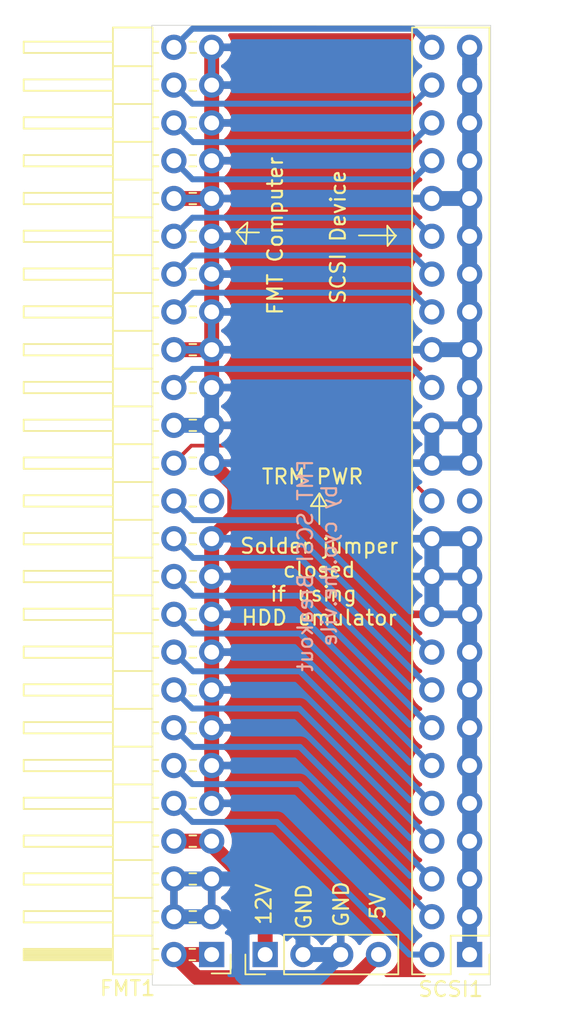
<source format=kicad_pcb>
(kicad_pcb (version 20171130) (host pcbnew "(5.1.9)-1")

  (general
    (thickness 1.6)
    (drawings 26)
    (tracks 92)
    (zones 0)
    (modules 4)
    (nets 25)
  )

  (page A4)
  (layers
    (0 F.Cu signal)
    (31 B.Cu signal)
    (32 B.Adhes user)
    (33 F.Adhes user)
    (34 B.Paste user)
    (35 F.Paste user)
    (36 B.SilkS user)
    (37 F.SilkS user)
    (38 B.Mask user)
    (39 F.Mask user)
    (40 Dwgs.User user)
    (41 Cmts.User user)
    (42 Eco1.User user)
    (43 Eco2.User user)
    (44 Edge.Cuts user)
    (45 Margin user)
    (46 B.CrtYd user)
    (47 F.CrtYd user)
    (48 B.Fab user)
    (49 F.Fab user)
  )

  (setup
    (last_trace_width 0.25)
    (trace_clearance 0.2)
    (zone_clearance 0.508)
    (zone_45_only no)
    (trace_min 0.2)
    (via_size 0.8)
    (via_drill 0.4)
    (via_min_size 0.4)
    (via_min_drill 0.3)
    (uvia_size 0.3)
    (uvia_drill 0.1)
    (uvias_allowed no)
    (uvia_min_size 0.2)
    (uvia_min_drill 0.1)
    (edge_width 0.05)
    (segment_width 0.2)
    (pcb_text_width 0.3)
    (pcb_text_size 1.5 1.5)
    (mod_edge_width 0.12)
    (mod_text_size 1 1)
    (mod_text_width 0.15)
    (pad_size 1.524 1.524)
    (pad_drill 0.762)
    (pad_to_mask_clearance 0)
    (aux_axis_origin 0 0)
    (visible_elements FFFFFF7F)
    (pcbplotparams
      (layerselection 0x010fc_ffffffff)
      (usegerberextensions false)
      (usegerberattributes true)
      (usegerberadvancedattributes true)
      (creategerberjobfile true)
      (excludeedgelayer true)
      (linewidth 0.100000)
      (plotframeref false)
      (viasonmask false)
      (mode 1)
      (useauxorigin false)
      (hpglpennumber 1)
      (hpglpenspeed 20)
      (hpglpendiameter 15.000000)
      (psnegative false)
      (psa4output false)
      (plotreference true)
      (plotvalue true)
      (plotinvisibletext false)
      (padsonsilk false)
      (subtractmaskfromsilk false)
      (outputformat 1)
      (mirror false)
      (drillshape 0)
      (scaleselection 1)
      (outputdirectory "GERBER/"))
  )

  (net 0 "")
  (net 1 /IO)
  (net 2 GND)
  (net 3 /REQ)
  (net 4 /CD)
  (net 5 /SEL)
  (net 6 /RST)
  (net 7 /ACK)
  (net 8 /BSY)
  (net 9 /ATN)
  (net 10 /TRM_2)
  (net 11 /DBP)
  (net 12 /OPEN)
  (net 13 /DB7)
  (net 14 /DB6)
  (net 15 /DB5)
  (net 16 /DB4)
  (net 17 /DB3)
  (net 18 /DB2)
  (net 19 /DB1)
  (net 20 /DB0)
  (net 21 /TRM_1)
  (net 22 "Net-(SCSI1-Pad25)")
  (net 23 /12V)
  (net 24 /5V)

  (net_class Default "This is the default net class."
    (clearance 0.2)
    (trace_width 0.25)
    (via_dia 0.8)
    (via_drill 0.4)
    (uvia_dia 0.3)
    (uvia_drill 0.1)
    (add_net /12V)
    (add_net /5V)
    (add_net /ACK)
    (add_net /ATN)
    (add_net /BSY)
    (add_net /CD)
    (add_net /DB0)
    (add_net /DB1)
    (add_net /DB2)
    (add_net /DB3)
    (add_net /DB4)
    (add_net /DB5)
    (add_net /DB6)
    (add_net /DB7)
    (add_net /DBP)
    (add_net /IO)
    (add_net /OPEN)
    (add_net /REQ)
    (add_net /RST)
    (add_net /SEL)
    (add_net /TRM_1)
    (add_net /TRM_2)
    (add_net GND)
    (add_net "Net-(SCSI1-Pad25)")
  )

  (module Capacitor_SMD:C_0201_0603Metric_Pad0.64x0.40mm_HandSolder (layer F.Cu) (tedit 5F6BB9E0) (tstamp 61064FC0)
    (at 149.5298 69.05752 180)
    (descr "Capacitor SMD 0201 (0603 Metric), square (rectangular) end terminal, IPC_7351 nominal with elongated pad for handsoldering. (Body size source: https://www.vishay.com/docs/20052/crcw0201e3.pdf), generated with kicad-footprint-generator")
    (tags "capacitor handsolder")
    (path /610A8D9A)
    (attr smd)
    (fp_text reference "TRM PWR" (at 0 -1.05) (layer F.SilkS)
      (effects (font (size 1 1) (thickness 0.15)))
    )
    (fp_text value Conn_01x02_Male (at 0 1.05) (layer F.Fab)
      (effects (font (size 1 1) (thickness 0.15)))
    )
    (fp_text user %R (at 0 -0.68) (layer F.Fab)
      (effects (font (size 0.25 0.25) (thickness 0.04)))
    )
    (fp_line (start -0.3 0.15) (end -0.3 -0.15) (layer F.Fab) (width 0.1))
    (fp_line (start -0.3 -0.15) (end 0.3 -0.15) (layer F.Fab) (width 0.1))
    (fp_line (start 0.3 -0.15) (end 0.3 0.15) (layer F.Fab) (width 0.1))
    (fp_line (start 0.3 0.15) (end -0.3 0.15) (layer F.Fab) (width 0.1))
    (fp_line (start -0.88 0.35) (end -0.88 -0.35) (layer F.CrtYd) (width 0.05))
    (fp_line (start -0.88 -0.35) (end 0.88 -0.35) (layer F.CrtYd) (width 0.05))
    (fp_line (start 0.88 -0.35) (end 0.88 0.35) (layer F.CrtYd) (width 0.05))
    (fp_line (start 0.88 0.35) (end -0.88 0.35) (layer F.CrtYd) (width 0.05))
    (pad 2 smd roundrect (at 0.4075 0 180) (size 0.635 0.4) (layers F.Cu F.Mask) (roundrect_rratio 0.25)
      (net 10 /TRM_2))
    (pad 1 smd roundrect (at -0.4075 0 180) (size 0.635 0.4) (layers F.Cu F.Mask) (roundrect_rratio 0.25)
      (net 21 /TRM_1))
    (pad "" smd roundrect (at 0.4325 0 180) (size 0.458 0.36) (layers F.Paste) (roundrect_rratio 0.25))
    (pad "" smd roundrect (at -0.4325 0 180) (size 0.458 0.36) (layers F.Paste) (roundrect_rratio 0.25))
    (model ${KISYS3DMOD}/Capacitor_SMD.3dshapes/C_0201_0603Metric.wrl
      (at (xyz 0 0 0))
      (scale (xyz 1 1 1))
      (rotate (xyz 0 0 0))
    )
  )

  (module Connector_PinHeader_2.54mm:PinHeader_2x25_P2.54mm_Vertical (layer F.Cu) (tedit 59FED5CC) (tstamp 61061E2F)
    (at 160.08604 102.21976 180)
    (descr "Through hole straight pin header, 2x25, 2.54mm pitch, double rows")
    (tags "Through hole pin header THT 2x25 2.54mm double row")
    (path /6105CBAC)
    (fp_text reference SCSI1 (at 1.27 -2.33) (layer F.SilkS)
      (effects (font (size 1 1) (thickness 0.15)))
    )
    (fp_text value Conn_02x25_Odd_Even (at 1.27 63.29) (layer F.Fab)
      (effects (font (size 1 1) (thickness 0.15)))
    )
    (fp_text user %R (at 1.27 30.48 90) (layer F.Fab)
      (effects (font (size 1 1) (thickness 0.15)))
    )
    (fp_line (start 0 -1.27) (end 3.81 -1.27) (layer F.Fab) (width 0.1))
    (fp_line (start 3.81 -1.27) (end 3.81 62.23) (layer F.Fab) (width 0.1))
    (fp_line (start 3.81 62.23) (end -1.27 62.23) (layer F.Fab) (width 0.1))
    (fp_line (start -1.27 62.23) (end -1.27 0) (layer F.Fab) (width 0.1))
    (fp_line (start -1.27 0) (end 0 -1.27) (layer F.Fab) (width 0.1))
    (fp_line (start -1.33 62.29) (end 3.87 62.29) (layer F.SilkS) (width 0.12))
    (fp_line (start -1.33 1.27) (end -1.33 62.29) (layer F.SilkS) (width 0.12))
    (fp_line (start 3.87 -1.33) (end 3.87 62.29) (layer F.SilkS) (width 0.12))
    (fp_line (start -1.33 1.27) (end 1.27 1.27) (layer F.SilkS) (width 0.12))
    (fp_line (start 1.27 1.27) (end 1.27 -1.33) (layer F.SilkS) (width 0.12))
    (fp_line (start 1.27 -1.33) (end 3.87 -1.33) (layer F.SilkS) (width 0.12))
    (fp_line (start -1.33 0) (end -1.33 -1.33) (layer F.SilkS) (width 0.12))
    (fp_line (start -1.33 -1.33) (end 0 -1.33) (layer F.SilkS) (width 0.12))
    (fp_line (start -1.8 -1.8) (end -1.8 62.75) (layer F.CrtYd) (width 0.05))
    (fp_line (start -1.8 62.75) (end 4.35 62.75) (layer F.CrtYd) (width 0.05))
    (fp_line (start 4.35 62.75) (end 4.35 -1.8) (layer F.CrtYd) (width 0.05))
    (fp_line (start 4.35 -1.8) (end -1.8 -1.8) (layer F.CrtYd) (width 0.05))
    (pad 50 thru_hole oval (at 2.54 60.96 180) (size 1.7 1.7) (drill 1) (layers *.Cu *.Mask)
      (net 1 /IO))
    (pad 49 thru_hole oval (at 0 60.96 180) (size 1.7 1.7) (drill 1) (layers *.Cu *.Mask)
      (net 2 GND))
    (pad 48 thru_hole oval (at 2.54 58.42 180) (size 1.7 1.7) (drill 1) (layers *.Cu *.Mask)
      (net 3 /REQ))
    (pad 47 thru_hole oval (at 0 58.42 180) (size 1.7 1.7) (drill 1) (layers *.Cu *.Mask)
      (net 2 GND))
    (pad 46 thru_hole oval (at 2.54 55.88 180) (size 1.7 1.7) (drill 1) (layers *.Cu *.Mask)
      (net 4 /CD))
    (pad 45 thru_hole oval (at 0 55.88 180) (size 1.7 1.7) (drill 1) (layers *.Cu *.Mask)
      (net 2 GND))
    (pad 44 thru_hole oval (at 2.54 53.34 180) (size 1.7 1.7) (drill 1) (layers *.Cu *.Mask)
      (net 5 /SEL))
    (pad 43 thru_hole oval (at 0 53.34 180) (size 1.7 1.7) (drill 1) (layers *.Cu *.Mask)
      (net 2 GND))
    (pad 42 thru_hole oval (at 2.54 50.8 180) (size 1.7 1.7) (drill 1) (layers *.Cu *.Mask)
      (net 2 GND))
    (pad 41 thru_hole oval (at 0 50.8 180) (size 1.7 1.7) (drill 1) (layers *.Cu *.Mask)
      (net 2 GND))
    (pad 40 thru_hole oval (at 2.54 48.26 180) (size 1.7 1.7) (drill 1) (layers *.Cu *.Mask)
      (net 6 /RST))
    (pad 39 thru_hole oval (at 0 48.26 180) (size 1.7 1.7) (drill 1) (layers *.Cu *.Mask)
      (net 2 GND))
    (pad 38 thru_hole oval (at 2.54 45.72 180) (size 1.7 1.7) (drill 1) (layers *.Cu *.Mask)
      (net 7 /ACK))
    (pad 37 thru_hole oval (at 0 45.72 180) (size 1.7 1.7) (drill 1) (layers *.Cu *.Mask)
      (net 2 GND))
    (pad 36 thru_hole oval (at 2.54 43.18 180) (size 1.7 1.7) (drill 1) (layers *.Cu *.Mask)
      (net 8 /BSY))
    (pad 35 thru_hole oval (at 0 43.18 180) (size 1.7 1.7) (drill 1) (layers *.Cu *.Mask)
      (net 2 GND))
    (pad 34 thru_hole oval (at 2.54 40.64 180) (size 1.7 1.7) (drill 1) (layers *.Cu *.Mask)
      (net 2 GND))
    (pad 33 thru_hole oval (at 0 40.64 180) (size 1.7 1.7) (drill 1) (layers *.Cu *.Mask)
      (net 2 GND))
    (pad 32 thru_hole oval (at 2.54 38.1 180) (size 1.7 1.7) (drill 1) (layers *.Cu *.Mask)
      (net 9 /ATN))
    (pad 31 thru_hole oval (at 0 38.1 180) (size 1.7 1.7) (drill 1) (layers *.Cu *.Mask)
      (net 2 GND))
    (pad 30 thru_hole oval (at 2.54 35.56 180) (size 1.7 1.7) (drill 1) (layers *.Cu *.Mask)
      (net 2 GND))
    (pad 29 thru_hole oval (at 0 35.56 180) (size 1.7 1.7) (drill 1) (layers *.Cu *.Mask)
      (net 2 GND))
    (pad 28 thru_hole oval (at 2.54 33.02 180) (size 1.7 1.7) (drill 1) (layers *.Cu *.Mask)
      (net 2 GND))
    (pad 27 thru_hole oval (at 0 33.02 180) (size 1.7 1.7) (drill 1) (layers *.Cu *.Mask)
      (net 2 GND))
    (pad 26 thru_hole oval (at 2.54 30.48 180) (size 1.7 1.7) (drill 1) (layers *.Cu *.Mask)
      (net 21 /TRM_1))
    (pad 25 thru_hole oval (at 0 30.48 180) (size 1.7 1.7) (drill 1) (layers *.Cu *.Mask)
      (net 22 "Net-(SCSI1-Pad25)"))
    (pad 24 thru_hole oval (at 2.54 27.94 180) (size 1.7 1.7) (drill 1) (layers *.Cu *.Mask)
      (net 2 GND))
    (pad 23 thru_hole oval (at 0 27.94 180) (size 1.7 1.7) (drill 1) (layers *.Cu *.Mask)
      (net 2 GND))
    (pad 22 thru_hole oval (at 2.54 25.4 180) (size 1.7 1.7) (drill 1) (layers *.Cu *.Mask)
      (net 2 GND))
    (pad 21 thru_hole oval (at 0 25.4 180) (size 1.7 1.7) (drill 1) (layers *.Cu *.Mask)
      (net 2 GND))
    (pad 20 thru_hole oval (at 2.54 22.86 180) (size 1.7 1.7) (drill 1) (layers *.Cu *.Mask)
      (net 2 GND))
    (pad 19 thru_hole oval (at 0 22.86 180) (size 1.7 1.7) (drill 1) (layers *.Cu *.Mask)
      (net 2 GND))
    (pad 18 thru_hole oval (at 2.54 20.32 180) (size 1.7 1.7) (drill 1) (layers *.Cu *.Mask)
      (net 11 /DBP))
    (pad 17 thru_hole oval (at 0 20.32 180) (size 1.7 1.7) (drill 1) (layers *.Cu *.Mask)
      (net 2 GND))
    (pad 16 thru_hole oval (at 2.54 17.78 180) (size 1.7 1.7) (drill 1) (layers *.Cu *.Mask)
      (net 13 /DB7))
    (pad 15 thru_hole oval (at 0 17.78 180) (size 1.7 1.7) (drill 1) (layers *.Cu *.Mask)
      (net 2 GND))
    (pad 14 thru_hole oval (at 2.54 15.24 180) (size 1.7 1.7) (drill 1) (layers *.Cu *.Mask)
      (net 14 /DB6))
    (pad 13 thru_hole oval (at 0 15.24 180) (size 1.7 1.7) (drill 1) (layers *.Cu *.Mask)
      (net 2 GND))
    (pad 12 thru_hole oval (at 2.54 12.7 180) (size 1.7 1.7) (drill 1) (layers *.Cu *.Mask)
      (net 15 /DB5))
    (pad 11 thru_hole oval (at 0 12.7 180) (size 1.7 1.7) (drill 1) (layers *.Cu *.Mask)
      (net 2 GND))
    (pad 10 thru_hole oval (at 2.54 10.16 180) (size 1.7 1.7) (drill 1) (layers *.Cu *.Mask)
      (net 16 /DB4))
    (pad 9 thru_hole oval (at 0 10.16 180) (size 1.7 1.7) (drill 1) (layers *.Cu *.Mask)
      (net 2 GND))
    (pad 8 thru_hole oval (at 2.54 7.62 180) (size 1.7 1.7) (drill 1) (layers *.Cu *.Mask)
      (net 17 /DB3))
    (pad 7 thru_hole oval (at 0 7.62 180) (size 1.7 1.7) (drill 1) (layers *.Cu *.Mask)
      (net 2 GND))
    (pad 6 thru_hole oval (at 2.54 5.08 180) (size 1.7 1.7) (drill 1) (layers *.Cu *.Mask)
      (net 18 /DB2))
    (pad 5 thru_hole oval (at 0 5.08 180) (size 1.7 1.7) (drill 1) (layers *.Cu *.Mask)
      (net 2 GND))
    (pad 4 thru_hole oval (at 2.54 2.54 180) (size 1.7 1.7) (drill 1) (layers *.Cu *.Mask)
      (net 19 /DB1))
    (pad 3 thru_hole oval (at 0 2.54 180) (size 1.7 1.7) (drill 1) (layers *.Cu *.Mask)
      (net 2 GND))
    (pad 2 thru_hole oval (at 2.54 0 180) (size 1.7 1.7) (drill 1) (layers *.Cu *.Mask)
      (net 20 /DB0))
    (pad 1 thru_hole rect (at 0 0 180) (size 1.7 1.7) (drill 1) (layers *.Cu *.Mask)
      (net 2 GND))
    (model ${KISYS3DMOD}/Connector_PinHeader_2.54mm.3dshapes/PinHeader_2x25_P2.54mm_Vertical.wrl
      (at (xyz 0 0 0))
      (scale (xyz 1 1 1))
      (rotate (xyz 0 0 0))
    )
  )

  (module Connector_PinHeader_2.54mm:PinHeader_1x04_P2.54mm_Vertical (layer F.Cu) (tedit 59FED5CC) (tstamp 61061C86)
    (at 146.33956 102.21976 90)
    (descr "Through hole straight pin header, 1x04, 2.54mm pitch, single row")
    (tags "Through hole pin header THT 1x04 2.54mm single row")
    (path /6105ECEB)
    (fp_text reference PWR1 (at 0 -2.33 90) (layer F.SilkS) hide
      (effects (font (size 1 1) (thickness 0.15)))
    )
    (fp_text value Conn_01x04 (at 0 9.95 90) (layer F.Fab)
      (effects (font (size 1 1) (thickness 0.15)))
    )
    (fp_text user %R (at 0 3.81) (layer F.Fab)
      (effects (font (size 1 1) (thickness 0.15)))
    )
    (fp_line (start -0.635 -1.27) (end 1.27 -1.27) (layer F.Fab) (width 0.1))
    (fp_line (start 1.27 -1.27) (end 1.27 8.89) (layer F.Fab) (width 0.1))
    (fp_line (start 1.27 8.89) (end -1.27 8.89) (layer F.Fab) (width 0.1))
    (fp_line (start -1.27 8.89) (end -1.27 -0.635) (layer F.Fab) (width 0.1))
    (fp_line (start -1.27 -0.635) (end -0.635 -1.27) (layer F.Fab) (width 0.1))
    (fp_line (start -1.33 8.95) (end 1.33 8.95) (layer F.SilkS) (width 0.12))
    (fp_line (start -1.33 1.27) (end -1.33 8.95) (layer F.SilkS) (width 0.12))
    (fp_line (start 1.33 1.27) (end 1.33 8.95) (layer F.SilkS) (width 0.12))
    (fp_line (start -1.33 1.27) (end 1.33 1.27) (layer F.SilkS) (width 0.12))
    (fp_line (start -1.33 0) (end -1.33 -1.33) (layer F.SilkS) (width 0.12))
    (fp_line (start -1.33 -1.33) (end 0 -1.33) (layer F.SilkS) (width 0.12))
    (fp_line (start -1.8 -1.8) (end -1.8 9.4) (layer F.CrtYd) (width 0.05))
    (fp_line (start -1.8 9.4) (end 1.8 9.4) (layer F.CrtYd) (width 0.05))
    (fp_line (start 1.8 9.4) (end 1.8 -1.8) (layer F.CrtYd) (width 0.05))
    (fp_line (start 1.8 -1.8) (end -1.8 -1.8) (layer F.CrtYd) (width 0.05))
    (pad 4 thru_hole oval (at 0 7.62 90) (size 1.7 1.7) (drill 1) (layers *.Cu *.Mask)
      (net 24 /5V))
    (pad 3 thru_hole oval (at 0 5.08 90) (size 1.7 1.7) (drill 1) (layers *.Cu *.Mask)
      (net 2 GND))
    (pad 2 thru_hole oval (at 0 2.54 90) (size 1.7 1.7) (drill 1) (layers *.Cu *.Mask)
      (net 2 GND))
    (pad 1 thru_hole rect (at 0 0 90) (size 1.7 1.7) (drill 1) (layers *.Cu *.Mask)
      (net 23 /12V))
    (model ${KISYS3DMOD}/Connector_PinHeader_2.54mm.3dshapes/PinHeader_1x04_P2.54mm_Vertical.wrl
      (at (xyz 0 0 0))
      (scale (xyz 1 1 1))
      (rotate (xyz 0 0 0))
    )
  )

  (module Connector_PinHeader_2.54mm:PinHeader_2x25_P2.54mm_Horizontal (layer F.Cu) (tedit 59FED5CB) (tstamp 61061C6E)
    (at 142.74292 102.21976 180)
    (descr "Through hole angled pin header, 2x25, 2.54mm pitch, 6mm pin length, double rows")
    (tags "Through hole angled pin header THT 2x25 2.54mm double row")
    (path /6105AF11)
    (fp_text reference FMT1 (at 5.655 -2.27) (layer F.SilkS)
      (effects (font (size 1 1) (thickness 0.15)))
    )
    (fp_text value Conn_02x25_Odd_Even (at 5.655 63.23) (layer F.Fab)
      (effects (font (size 1 1) (thickness 0.15)))
    )
    (fp_text user %R (at 5.31 30.48 90) (layer F.Fab)
      (effects (font (size 1 1) (thickness 0.15)))
    )
    (fp_line (start 4.675 -1.27) (end 6.58 -1.27) (layer F.Fab) (width 0.1))
    (fp_line (start 6.58 -1.27) (end 6.58 62.23) (layer F.Fab) (width 0.1))
    (fp_line (start 6.58 62.23) (end 4.04 62.23) (layer F.Fab) (width 0.1))
    (fp_line (start 4.04 62.23) (end 4.04 -0.635) (layer F.Fab) (width 0.1))
    (fp_line (start 4.04 -0.635) (end 4.675 -1.27) (layer F.Fab) (width 0.1))
    (fp_line (start -0.32 -0.32) (end 4.04 -0.32) (layer F.Fab) (width 0.1))
    (fp_line (start -0.32 -0.32) (end -0.32 0.32) (layer F.Fab) (width 0.1))
    (fp_line (start -0.32 0.32) (end 4.04 0.32) (layer F.Fab) (width 0.1))
    (fp_line (start 6.58 -0.32) (end 12.58 -0.32) (layer F.Fab) (width 0.1))
    (fp_line (start 12.58 -0.32) (end 12.58 0.32) (layer F.Fab) (width 0.1))
    (fp_line (start 6.58 0.32) (end 12.58 0.32) (layer F.Fab) (width 0.1))
    (fp_line (start -0.32 2.22) (end 4.04 2.22) (layer F.Fab) (width 0.1))
    (fp_line (start -0.32 2.22) (end -0.32 2.86) (layer F.Fab) (width 0.1))
    (fp_line (start -0.32 2.86) (end 4.04 2.86) (layer F.Fab) (width 0.1))
    (fp_line (start 6.58 2.22) (end 12.58 2.22) (layer F.Fab) (width 0.1))
    (fp_line (start 12.58 2.22) (end 12.58 2.86) (layer F.Fab) (width 0.1))
    (fp_line (start 6.58 2.86) (end 12.58 2.86) (layer F.Fab) (width 0.1))
    (fp_line (start -0.32 4.76) (end 4.04 4.76) (layer F.Fab) (width 0.1))
    (fp_line (start -0.32 4.76) (end -0.32 5.4) (layer F.Fab) (width 0.1))
    (fp_line (start -0.32 5.4) (end 4.04 5.4) (layer F.Fab) (width 0.1))
    (fp_line (start 6.58 4.76) (end 12.58 4.76) (layer F.Fab) (width 0.1))
    (fp_line (start 12.58 4.76) (end 12.58 5.4) (layer F.Fab) (width 0.1))
    (fp_line (start 6.58 5.4) (end 12.58 5.4) (layer F.Fab) (width 0.1))
    (fp_line (start -0.32 7.3) (end 4.04 7.3) (layer F.Fab) (width 0.1))
    (fp_line (start -0.32 7.3) (end -0.32 7.94) (layer F.Fab) (width 0.1))
    (fp_line (start -0.32 7.94) (end 4.04 7.94) (layer F.Fab) (width 0.1))
    (fp_line (start 6.58 7.3) (end 12.58 7.3) (layer F.Fab) (width 0.1))
    (fp_line (start 12.58 7.3) (end 12.58 7.94) (layer F.Fab) (width 0.1))
    (fp_line (start 6.58 7.94) (end 12.58 7.94) (layer F.Fab) (width 0.1))
    (fp_line (start -0.32 9.84) (end 4.04 9.84) (layer F.Fab) (width 0.1))
    (fp_line (start -0.32 9.84) (end -0.32 10.48) (layer F.Fab) (width 0.1))
    (fp_line (start -0.32 10.48) (end 4.04 10.48) (layer F.Fab) (width 0.1))
    (fp_line (start 6.58 9.84) (end 12.58 9.84) (layer F.Fab) (width 0.1))
    (fp_line (start 12.58 9.84) (end 12.58 10.48) (layer F.Fab) (width 0.1))
    (fp_line (start 6.58 10.48) (end 12.58 10.48) (layer F.Fab) (width 0.1))
    (fp_line (start -0.32 12.38) (end 4.04 12.38) (layer F.Fab) (width 0.1))
    (fp_line (start -0.32 12.38) (end -0.32 13.02) (layer F.Fab) (width 0.1))
    (fp_line (start -0.32 13.02) (end 4.04 13.02) (layer F.Fab) (width 0.1))
    (fp_line (start 6.58 12.38) (end 12.58 12.38) (layer F.Fab) (width 0.1))
    (fp_line (start 12.58 12.38) (end 12.58 13.02) (layer F.Fab) (width 0.1))
    (fp_line (start 6.58 13.02) (end 12.58 13.02) (layer F.Fab) (width 0.1))
    (fp_line (start -0.32 14.92) (end 4.04 14.92) (layer F.Fab) (width 0.1))
    (fp_line (start -0.32 14.92) (end -0.32 15.56) (layer F.Fab) (width 0.1))
    (fp_line (start -0.32 15.56) (end 4.04 15.56) (layer F.Fab) (width 0.1))
    (fp_line (start 6.58 14.92) (end 12.58 14.92) (layer F.Fab) (width 0.1))
    (fp_line (start 12.58 14.92) (end 12.58 15.56) (layer F.Fab) (width 0.1))
    (fp_line (start 6.58 15.56) (end 12.58 15.56) (layer F.Fab) (width 0.1))
    (fp_line (start -0.32 17.46) (end 4.04 17.46) (layer F.Fab) (width 0.1))
    (fp_line (start -0.32 17.46) (end -0.32 18.1) (layer F.Fab) (width 0.1))
    (fp_line (start -0.32 18.1) (end 4.04 18.1) (layer F.Fab) (width 0.1))
    (fp_line (start 6.58 17.46) (end 12.58 17.46) (layer F.Fab) (width 0.1))
    (fp_line (start 12.58 17.46) (end 12.58 18.1) (layer F.Fab) (width 0.1))
    (fp_line (start 6.58 18.1) (end 12.58 18.1) (layer F.Fab) (width 0.1))
    (fp_line (start -0.32 20) (end 4.04 20) (layer F.Fab) (width 0.1))
    (fp_line (start -0.32 20) (end -0.32 20.64) (layer F.Fab) (width 0.1))
    (fp_line (start -0.32 20.64) (end 4.04 20.64) (layer F.Fab) (width 0.1))
    (fp_line (start 6.58 20) (end 12.58 20) (layer F.Fab) (width 0.1))
    (fp_line (start 12.58 20) (end 12.58 20.64) (layer F.Fab) (width 0.1))
    (fp_line (start 6.58 20.64) (end 12.58 20.64) (layer F.Fab) (width 0.1))
    (fp_line (start -0.32 22.54) (end 4.04 22.54) (layer F.Fab) (width 0.1))
    (fp_line (start -0.32 22.54) (end -0.32 23.18) (layer F.Fab) (width 0.1))
    (fp_line (start -0.32 23.18) (end 4.04 23.18) (layer F.Fab) (width 0.1))
    (fp_line (start 6.58 22.54) (end 12.58 22.54) (layer F.Fab) (width 0.1))
    (fp_line (start 12.58 22.54) (end 12.58 23.18) (layer F.Fab) (width 0.1))
    (fp_line (start 6.58 23.18) (end 12.58 23.18) (layer F.Fab) (width 0.1))
    (fp_line (start -0.32 25.08) (end 4.04 25.08) (layer F.Fab) (width 0.1))
    (fp_line (start -0.32 25.08) (end -0.32 25.72) (layer F.Fab) (width 0.1))
    (fp_line (start -0.32 25.72) (end 4.04 25.72) (layer F.Fab) (width 0.1))
    (fp_line (start 6.58 25.08) (end 12.58 25.08) (layer F.Fab) (width 0.1))
    (fp_line (start 12.58 25.08) (end 12.58 25.72) (layer F.Fab) (width 0.1))
    (fp_line (start 6.58 25.72) (end 12.58 25.72) (layer F.Fab) (width 0.1))
    (fp_line (start -0.32 27.62) (end 4.04 27.62) (layer F.Fab) (width 0.1))
    (fp_line (start -0.32 27.62) (end -0.32 28.26) (layer F.Fab) (width 0.1))
    (fp_line (start -0.32 28.26) (end 4.04 28.26) (layer F.Fab) (width 0.1))
    (fp_line (start 6.58 27.62) (end 12.58 27.62) (layer F.Fab) (width 0.1))
    (fp_line (start 12.58 27.62) (end 12.58 28.26) (layer F.Fab) (width 0.1))
    (fp_line (start 6.58 28.26) (end 12.58 28.26) (layer F.Fab) (width 0.1))
    (fp_line (start -0.32 30.16) (end 4.04 30.16) (layer F.Fab) (width 0.1))
    (fp_line (start -0.32 30.16) (end -0.32 30.8) (layer F.Fab) (width 0.1))
    (fp_line (start -0.32 30.8) (end 4.04 30.8) (layer F.Fab) (width 0.1))
    (fp_line (start 6.58 30.16) (end 12.58 30.16) (layer F.Fab) (width 0.1))
    (fp_line (start 12.58 30.16) (end 12.58 30.8) (layer F.Fab) (width 0.1))
    (fp_line (start 6.58 30.8) (end 12.58 30.8) (layer F.Fab) (width 0.1))
    (fp_line (start -0.32 32.7) (end 4.04 32.7) (layer F.Fab) (width 0.1))
    (fp_line (start -0.32 32.7) (end -0.32 33.34) (layer F.Fab) (width 0.1))
    (fp_line (start -0.32 33.34) (end 4.04 33.34) (layer F.Fab) (width 0.1))
    (fp_line (start 6.58 32.7) (end 12.58 32.7) (layer F.Fab) (width 0.1))
    (fp_line (start 12.58 32.7) (end 12.58 33.34) (layer F.Fab) (width 0.1))
    (fp_line (start 6.58 33.34) (end 12.58 33.34) (layer F.Fab) (width 0.1))
    (fp_line (start -0.32 35.24) (end 4.04 35.24) (layer F.Fab) (width 0.1))
    (fp_line (start -0.32 35.24) (end -0.32 35.88) (layer F.Fab) (width 0.1))
    (fp_line (start -0.32 35.88) (end 4.04 35.88) (layer F.Fab) (width 0.1))
    (fp_line (start 6.58 35.24) (end 12.58 35.24) (layer F.Fab) (width 0.1))
    (fp_line (start 12.58 35.24) (end 12.58 35.88) (layer F.Fab) (width 0.1))
    (fp_line (start 6.58 35.88) (end 12.58 35.88) (layer F.Fab) (width 0.1))
    (fp_line (start -0.32 37.78) (end 4.04 37.78) (layer F.Fab) (width 0.1))
    (fp_line (start -0.32 37.78) (end -0.32 38.42) (layer F.Fab) (width 0.1))
    (fp_line (start -0.32 38.42) (end 4.04 38.42) (layer F.Fab) (width 0.1))
    (fp_line (start 6.58 37.78) (end 12.58 37.78) (layer F.Fab) (width 0.1))
    (fp_line (start 12.58 37.78) (end 12.58 38.42) (layer F.Fab) (width 0.1))
    (fp_line (start 6.58 38.42) (end 12.58 38.42) (layer F.Fab) (width 0.1))
    (fp_line (start -0.32 40.32) (end 4.04 40.32) (layer F.Fab) (width 0.1))
    (fp_line (start -0.32 40.32) (end -0.32 40.96) (layer F.Fab) (width 0.1))
    (fp_line (start -0.32 40.96) (end 4.04 40.96) (layer F.Fab) (width 0.1))
    (fp_line (start 6.58 40.32) (end 12.58 40.32) (layer F.Fab) (width 0.1))
    (fp_line (start 12.58 40.32) (end 12.58 40.96) (layer F.Fab) (width 0.1))
    (fp_line (start 6.58 40.96) (end 12.58 40.96) (layer F.Fab) (width 0.1))
    (fp_line (start -0.32 42.86) (end 4.04 42.86) (layer F.Fab) (width 0.1))
    (fp_line (start -0.32 42.86) (end -0.32 43.5) (layer F.Fab) (width 0.1))
    (fp_line (start -0.32 43.5) (end 4.04 43.5) (layer F.Fab) (width 0.1))
    (fp_line (start 6.58 42.86) (end 12.58 42.86) (layer F.Fab) (width 0.1))
    (fp_line (start 12.58 42.86) (end 12.58 43.5) (layer F.Fab) (width 0.1))
    (fp_line (start 6.58 43.5) (end 12.58 43.5) (layer F.Fab) (width 0.1))
    (fp_line (start -0.32 45.4) (end 4.04 45.4) (layer F.Fab) (width 0.1))
    (fp_line (start -0.32 45.4) (end -0.32 46.04) (layer F.Fab) (width 0.1))
    (fp_line (start -0.32 46.04) (end 4.04 46.04) (layer F.Fab) (width 0.1))
    (fp_line (start 6.58 45.4) (end 12.58 45.4) (layer F.Fab) (width 0.1))
    (fp_line (start 12.58 45.4) (end 12.58 46.04) (layer F.Fab) (width 0.1))
    (fp_line (start 6.58 46.04) (end 12.58 46.04) (layer F.Fab) (width 0.1))
    (fp_line (start -0.32 47.94) (end 4.04 47.94) (layer F.Fab) (width 0.1))
    (fp_line (start -0.32 47.94) (end -0.32 48.58) (layer F.Fab) (width 0.1))
    (fp_line (start -0.32 48.58) (end 4.04 48.58) (layer F.Fab) (width 0.1))
    (fp_line (start 6.58 47.94) (end 12.58 47.94) (layer F.Fab) (width 0.1))
    (fp_line (start 12.58 47.94) (end 12.58 48.58) (layer F.Fab) (width 0.1))
    (fp_line (start 6.58 48.58) (end 12.58 48.58) (layer F.Fab) (width 0.1))
    (fp_line (start -0.32 50.48) (end 4.04 50.48) (layer F.Fab) (width 0.1))
    (fp_line (start -0.32 50.48) (end -0.32 51.12) (layer F.Fab) (width 0.1))
    (fp_line (start -0.32 51.12) (end 4.04 51.12) (layer F.Fab) (width 0.1))
    (fp_line (start 6.58 50.48) (end 12.58 50.48) (layer F.Fab) (width 0.1))
    (fp_line (start 12.58 50.48) (end 12.58 51.12) (layer F.Fab) (width 0.1))
    (fp_line (start 6.58 51.12) (end 12.58 51.12) (layer F.Fab) (width 0.1))
    (fp_line (start -0.32 53.02) (end 4.04 53.02) (layer F.Fab) (width 0.1))
    (fp_line (start -0.32 53.02) (end -0.32 53.66) (layer F.Fab) (width 0.1))
    (fp_line (start -0.32 53.66) (end 4.04 53.66) (layer F.Fab) (width 0.1))
    (fp_line (start 6.58 53.02) (end 12.58 53.02) (layer F.Fab) (width 0.1))
    (fp_line (start 12.58 53.02) (end 12.58 53.66) (layer F.Fab) (width 0.1))
    (fp_line (start 6.58 53.66) (end 12.58 53.66) (layer F.Fab) (width 0.1))
    (fp_line (start -0.32 55.56) (end 4.04 55.56) (layer F.Fab) (width 0.1))
    (fp_line (start -0.32 55.56) (end -0.32 56.2) (layer F.Fab) (width 0.1))
    (fp_line (start -0.32 56.2) (end 4.04 56.2) (layer F.Fab) (width 0.1))
    (fp_line (start 6.58 55.56) (end 12.58 55.56) (layer F.Fab) (width 0.1))
    (fp_line (start 12.58 55.56) (end 12.58 56.2) (layer F.Fab) (width 0.1))
    (fp_line (start 6.58 56.2) (end 12.58 56.2) (layer F.Fab) (width 0.1))
    (fp_line (start -0.32 58.1) (end 4.04 58.1) (layer F.Fab) (width 0.1))
    (fp_line (start -0.32 58.1) (end -0.32 58.74) (layer F.Fab) (width 0.1))
    (fp_line (start -0.32 58.74) (end 4.04 58.74) (layer F.Fab) (width 0.1))
    (fp_line (start 6.58 58.1) (end 12.58 58.1) (layer F.Fab) (width 0.1))
    (fp_line (start 12.58 58.1) (end 12.58 58.74) (layer F.Fab) (width 0.1))
    (fp_line (start 6.58 58.74) (end 12.58 58.74) (layer F.Fab) (width 0.1))
    (fp_line (start -0.32 60.64) (end 4.04 60.64) (layer F.Fab) (width 0.1))
    (fp_line (start -0.32 60.64) (end -0.32 61.28) (layer F.Fab) (width 0.1))
    (fp_line (start -0.32 61.28) (end 4.04 61.28) (layer F.Fab) (width 0.1))
    (fp_line (start 6.58 60.64) (end 12.58 60.64) (layer F.Fab) (width 0.1))
    (fp_line (start 12.58 60.64) (end 12.58 61.28) (layer F.Fab) (width 0.1))
    (fp_line (start 6.58 61.28) (end 12.58 61.28) (layer F.Fab) (width 0.1))
    (fp_line (start 3.98 -1.33) (end 3.98 62.29) (layer F.SilkS) (width 0.12))
    (fp_line (start 3.98 62.29) (end 6.64 62.29) (layer F.SilkS) (width 0.12))
    (fp_line (start 6.64 62.29) (end 6.64 -1.33) (layer F.SilkS) (width 0.12))
    (fp_line (start 6.64 -1.33) (end 3.98 -1.33) (layer F.SilkS) (width 0.12))
    (fp_line (start 6.64 -0.38) (end 12.64 -0.38) (layer F.SilkS) (width 0.12))
    (fp_line (start 12.64 -0.38) (end 12.64 0.38) (layer F.SilkS) (width 0.12))
    (fp_line (start 12.64 0.38) (end 6.64 0.38) (layer F.SilkS) (width 0.12))
    (fp_line (start 6.64 -0.32) (end 12.64 -0.32) (layer F.SilkS) (width 0.12))
    (fp_line (start 6.64 -0.2) (end 12.64 -0.2) (layer F.SilkS) (width 0.12))
    (fp_line (start 6.64 -0.08) (end 12.64 -0.08) (layer F.SilkS) (width 0.12))
    (fp_line (start 6.64 0.04) (end 12.64 0.04) (layer F.SilkS) (width 0.12))
    (fp_line (start 6.64 0.16) (end 12.64 0.16) (layer F.SilkS) (width 0.12))
    (fp_line (start 6.64 0.28) (end 12.64 0.28) (layer F.SilkS) (width 0.12))
    (fp_line (start 3.582929 -0.38) (end 3.98 -0.38) (layer F.SilkS) (width 0.12))
    (fp_line (start 3.582929 0.38) (end 3.98 0.38) (layer F.SilkS) (width 0.12))
    (fp_line (start 1.11 -0.38) (end 1.497071 -0.38) (layer F.SilkS) (width 0.12))
    (fp_line (start 1.11 0.38) (end 1.497071 0.38) (layer F.SilkS) (width 0.12))
    (fp_line (start 3.98 1.27) (end 6.64 1.27) (layer F.SilkS) (width 0.12))
    (fp_line (start 6.64 2.16) (end 12.64 2.16) (layer F.SilkS) (width 0.12))
    (fp_line (start 12.64 2.16) (end 12.64 2.92) (layer F.SilkS) (width 0.12))
    (fp_line (start 12.64 2.92) (end 6.64 2.92) (layer F.SilkS) (width 0.12))
    (fp_line (start 3.582929 2.16) (end 3.98 2.16) (layer F.SilkS) (width 0.12))
    (fp_line (start 3.582929 2.92) (end 3.98 2.92) (layer F.SilkS) (width 0.12))
    (fp_line (start 1.042929 2.16) (end 1.497071 2.16) (layer F.SilkS) (width 0.12))
    (fp_line (start 1.042929 2.92) (end 1.497071 2.92) (layer F.SilkS) (width 0.12))
    (fp_line (start 3.98 3.81) (end 6.64 3.81) (layer F.SilkS) (width 0.12))
    (fp_line (start 6.64 4.7) (end 12.64 4.7) (layer F.SilkS) (width 0.12))
    (fp_line (start 12.64 4.7) (end 12.64 5.46) (layer F.SilkS) (width 0.12))
    (fp_line (start 12.64 5.46) (end 6.64 5.46) (layer F.SilkS) (width 0.12))
    (fp_line (start 3.582929 4.7) (end 3.98 4.7) (layer F.SilkS) (width 0.12))
    (fp_line (start 3.582929 5.46) (end 3.98 5.46) (layer F.SilkS) (width 0.12))
    (fp_line (start 1.042929 4.7) (end 1.497071 4.7) (layer F.SilkS) (width 0.12))
    (fp_line (start 1.042929 5.46) (end 1.497071 5.46) (layer F.SilkS) (width 0.12))
    (fp_line (start 3.98 6.35) (end 6.64 6.35) (layer F.SilkS) (width 0.12))
    (fp_line (start 6.64 7.24) (end 12.64 7.24) (layer F.SilkS) (width 0.12))
    (fp_line (start 12.64 7.24) (end 12.64 8) (layer F.SilkS) (width 0.12))
    (fp_line (start 12.64 8) (end 6.64 8) (layer F.SilkS) (width 0.12))
    (fp_line (start 3.582929 7.24) (end 3.98 7.24) (layer F.SilkS) (width 0.12))
    (fp_line (start 3.582929 8) (end 3.98 8) (layer F.SilkS) (width 0.12))
    (fp_line (start 1.042929 7.24) (end 1.497071 7.24) (layer F.SilkS) (width 0.12))
    (fp_line (start 1.042929 8) (end 1.497071 8) (layer F.SilkS) (width 0.12))
    (fp_line (start 3.98 8.89) (end 6.64 8.89) (layer F.SilkS) (width 0.12))
    (fp_line (start 6.64 9.78) (end 12.64 9.78) (layer F.SilkS) (width 0.12))
    (fp_line (start 12.64 9.78) (end 12.64 10.54) (layer F.SilkS) (width 0.12))
    (fp_line (start 12.64 10.54) (end 6.64 10.54) (layer F.SilkS) (width 0.12))
    (fp_line (start 3.582929 9.78) (end 3.98 9.78) (layer F.SilkS) (width 0.12))
    (fp_line (start 3.582929 10.54) (end 3.98 10.54) (layer F.SilkS) (width 0.12))
    (fp_line (start 1.042929 9.78) (end 1.497071 9.78) (layer F.SilkS) (width 0.12))
    (fp_line (start 1.042929 10.54) (end 1.497071 10.54) (layer F.SilkS) (width 0.12))
    (fp_line (start 3.98 11.43) (end 6.64 11.43) (layer F.SilkS) (width 0.12))
    (fp_line (start 6.64 12.32) (end 12.64 12.32) (layer F.SilkS) (width 0.12))
    (fp_line (start 12.64 12.32) (end 12.64 13.08) (layer F.SilkS) (width 0.12))
    (fp_line (start 12.64 13.08) (end 6.64 13.08) (layer F.SilkS) (width 0.12))
    (fp_line (start 3.582929 12.32) (end 3.98 12.32) (layer F.SilkS) (width 0.12))
    (fp_line (start 3.582929 13.08) (end 3.98 13.08) (layer F.SilkS) (width 0.12))
    (fp_line (start 1.042929 12.32) (end 1.497071 12.32) (layer F.SilkS) (width 0.12))
    (fp_line (start 1.042929 13.08) (end 1.497071 13.08) (layer F.SilkS) (width 0.12))
    (fp_line (start 3.98 13.97) (end 6.64 13.97) (layer F.SilkS) (width 0.12))
    (fp_line (start 6.64 14.86) (end 12.64 14.86) (layer F.SilkS) (width 0.12))
    (fp_line (start 12.64 14.86) (end 12.64 15.62) (layer F.SilkS) (width 0.12))
    (fp_line (start 12.64 15.62) (end 6.64 15.62) (layer F.SilkS) (width 0.12))
    (fp_line (start 3.582929 14.86) (end 3.98 14.86) (layer F.SilkS) (width 0.12))
    (fp_line (start 3.582929 15.62) (end 3.98 15.62) (layer F.SilkS) (width 0.12))
    (fp_line (start 1.042929 14.86) (end 1.497071 14.86) (layer F.SilkS) (width 0.12))
    (fp_line (start 1.042929 15.62) (end 1.497071 15.62) (layer F.SilkS) (width 0.12))
    (fp_line (start 3.98 16.51) (end 6.64 16.51) (layer F.SilkS) (width 0.12))
    (fp_line (start 6.64 17.4) (end 12.64 17.4) (layer F.SilkS) (width 0.12))
    (fp_line (start 12.64 17.4) (end 12.64 18.16) (layer F.SilkS) (width 0.12))
    (fp_line (start 12.64 18.16) (end 6.64 18.16) (layer F.SilkS) (width 0.12))
    (fp_line (start 3.582929 17.4) (end 3.98 17.4) (layer F.SilkS) (width 0.12))
    (fp_line (start 3.582929 18.16) (end 3.98 18.16) (layer F.SilkS) (width 0.12))
    (fp_line (start 1.042929 17.4) (end 1.497071 17.4) (layer F.SilkS) (width 0.12))
    (fp_line (start 1.042929 18.16) (end 1.497071 18.16) (layer F.SilkS) (width 0.12))
    (fp_line (start 3.98 19.05) (end 6.64 19.05) (layer F.SilkS) (width 0.12))
    (fp_line (start 6.64 19.94) (end 12.64 19.94) (layer F.SilkS) (width 0.12))
    (fp_line (start 12.64 19.94) (end 12.64 20.7) (layer F.SilkS) (width 0.12))
    (fp_line (start 12.64 20.7) (end 6.64 20.7) (layer F.SilkS) (width 0.12))
    (fp_line (start 3.582929 19.94) (end 3.98 19.94) (layer F.SilkS) (width 0.12))
    (fp_line (start 3.582929 20.7) (end 3.98 20.7) (layer F.SilkS) (width 0.12))
    (fp_line (start 1.042929 19.94) (end 1.497071 19.94) (layer F.SilkS) (width 0.12))
    (fp_line (start 1.042929 20.7) (end 1.497071 20.7) (layer F.SilkS) (width 0.12))
    (fp_line (start 3.98 21.59) (end 6.64 21.59) (layer F.SilkS) (width 0.12))
    (fp_line (start 6.64 22.48) (end 12.64 22.48) (layer F.SilkS) (width 0.12))
    (fp_line (start 12.64 22.48) (end 12.64 23.24) (layer F.SilkS) (width 0.12))
    (fp_line (start 12.64 23.24) (end 6.64 23.24) (layer F.SilkS) (width 0.12))
    (fp_line (start 3.582929 22.48) (end 3.98 22.48) (layer F.SilkS) (width 0.12))
    (fp_line (start 3.582929 23.24) (end 3.98 23.24) (layer F.SilkS) (width 0.12))
    (fp_line (start 1.042929 22.48) (end 1.497071 22.48) (layer F.SilkS) (width 0.12))
    (fp_line (start 1.042929 23.24) (end 1.497071 23.24) (layer F.SilkS) (width 0.12))
    (fp_line (start 3.98 24.13) (end 6.64 24.13) (layer F.SilkS) (width 0.12))
    (fp_line (start 6.64 25.02) (end 12.64 25.02) (layer F.SilkS) (width 0.12))
    (fp_line (start 12.64 25.02) (end 12.64 25.78) (layer F.SilkS) (width 0.12))
    (fp_line (start 12.64 25.78) (end 6.64 25.78) (layer F.SilkS) (width 0.12))
    (fp_line (start 3.582929 25.02) (end 3.98 25.02) (layer F.SilkS) (width 0.12))
    (fp_line (start 3.582929 25.78) (end 3.98 25.78) (layer F.SilkS) (width 0.12))
    (fp_line (start 1.042929 25.02) (end 1.497071 25.02) (layer F.SilkS) (width 0.12))
    (fp_line (start 1.042929 25.78) (end 1.497071 25.78) (layer F.SilkS) (width 0.12))
    (fp_line (start 3.98 26.67) (end 6.64 26.67) (layer F.SilkS) (width 0.12))
    (fp_line (start 6.64 27.56) (end 12.64 27.56) (layer F.SilkS) (width 0.12))
    (fp_line (start 12.64 27.56) (end 12.64 28.32) (layer F.SilkS) (width 0.12))
    (fp_line (start 12.64 28.32) (end 6.64 28.32) (layer F.SilkS) (width 0.12))
    (fp_line (start 3.582929 27.56) (end 3.98 27.56) (layer F.SilkS) (width 0.12))
    (fp_line (start 3.582929 28.32) (end 3.98 28.32) (layer F.SilkS) (width 0.12))
    (fp_line (start 1.042929 27.56) (end 1.497071 27.56) (layer F.SilkS) (width 0.12))
    (fp_line (start 1.042929 28.32) (end 1.497071 28.32) (layer F.SilkS) (width 0.12))
    (fp_line (start 3.98 29.21) (end 6.64 29.21) (layer F.SilkS) (width 0.12))
    (fp_line (start 6.64 30.1) (end 12.64 30.1) (layer F.SilkS) (width 0.12))
    (fp_line (start 12.64 30.1) (end 12.64 30.86) (layer F.SilkS) (width 0.12))
    (fp_line (start 12.64 30.86) (end 6.64 30.86) (layer F.SilkS) (width 0.12))
    (fp_line (start 3.582929 30.1) (end 3.98 30.1) (layer F.SilkS) (width 0.12))
    (fp_line (start 3.582929 30.86) (end 3.98 30.86) (layer F.SilkS) (width 0.12))
    (fp_line (start 1.042929 30.1) (end 1.497071 30.1) (layer F.SilkS) (width 0.12))
    (fp_line (start 1.042929 30.86) (end 1.497071 30.86) (layer F.SilkS) (width 0.12))
    (fp_line (start 3.98 31.75) (end 6.64 31.75) (layer F.SilkS) (width 0.12))
    (fp_line (start 6.64 32.64) (end 12.64 32.64) (layer F.SilkS) (width 0.12))
    (fp_line (start 12.64 32.64) (end 12.64 33.4) (layer F.SilkS) (width 0.12))
    (fp_line (start 12.64 33.4) (end 6.64 33.4) (layer F.SilkS) (width 0.12))
    (fp_line (start 3.582929 32.64) (end 3.98 32.64) (layer F.SilkS) (width 0.12))
    (fp_line (start 3.582929 33.4) (end 3.98 33.4) (layer F.SilkS) (width 0.12))
    (fp_line (start 1.042929 32.64) (end 1.497071 32.64) (layer F.SilkS) (width 0.12))
    (fp_line (start 1.042929 33.4) (end 1.497071 33.4) (layer F.SilkS) (width 0.12))
    (fp_line (start 3.98 34.29) (end 6.64 34.29) (layer F.SilkS) (width 0.12))
    (fp_line (start 6.64 35.18) (end 12.64 35.18) (layer F.SilkS) (width 0.12))
    (fp_line (start 12.64 35.18) (end 12.64 35.94) (layer F.SilkS) (width 0.12))
    (fp_line (start 12.64 35.94) (end 6.64 35.94) (layer F.SilkS) (width 0.12))
    (fp_line (start 3.582929 35.18) (end 3.98 35.18) (layer F.SilkS) (width 0.12))
    (fp_line (start 3.582929 35.94) (end 3.98 35.94) (layer F.SilkS) (width 0.12))
    (fp_line (start 1.042929 35.18) (end 1.497071 35.18) (layer F.SilkS) (width 0.12))
    (fp_line (start 1.042929 35.94) (end 1.497071 35.94) (layer F.SilkS) (width 0.12))
    (fp_line (start 3.98 36.83) (end 6.64 36.83) (layer F.SilkS) (width 0.12))
    (fp_line (start 6.64 37.72) (end 12.64 37.72) (layer F.SilkS) (width 0.12))
    (fp_line (start 12.64 37.72) (end 12.64 38.48) (layer F.SilkS) (width 0.12))
    (fp_line (start 12.64 38.48) (end 6.64 38.48) (layer F.SilkS) (width 0.12))
    (fp_line (start 3.582929 37.72) (end 3.98 37.72) (layer F.SilkS) (width 0.12))
    (fp_line (start 3.582929 38.48) (end 3.98 38.48) (layer F.SilkS) (width 0.12))
    (fp_line (start 1.042929 37.72) (end 1.497071 37.72) (layer F.SilkS) (width 0.12))
    (fp_line (start 1.042929 38.48) (end 1.497071 38.48) (layer F.SilkS) (width 0.12))
    (fp_line (start 3.98 39.37) (end 6.64 39.37) (layer F.SilkS) (width 0.12))
    (fp_line (start 6.64 40.26) (end 12.64 40.26) (layer F.SilkS) (width 0.12))
    (fp_line (start 12.64 40.26) (end 12.64 41.02) (layer F.SilkS) (width 0.12))
    (fp_line (start 12.64 41.02) (end 6.64 41.02) (layer F.SilkS) (width 0.12))
    (fp_line (start 3.582929 40.26) (end 3.98 40.26) (layer F.SilkS) (width 0.12))
    (fp_line (start 3.582929 41.02) (end 3.98 41.02) (layer F.SilkS) (width 0.12))
    (fp_line (start 1.042929 40.26) (end 1.497071 40.26) (layer F.SilkS) (width 0.12))
    (fp_line (start 1.042929 41.02) (end 1.497071 41.02) (layer F.SilkS) (width 0.12))
    (fp_line (start 3.98 41.91) (end 6.64 41.91) (layer F.SilkS) (width 0.12))
    (fp_line (start 6.64 42.8) (end 12.64 42.8) (layer F.SilkS) (width 0.12))
    (fp_line (start 12.64 42.8) (end 12.64 43.56) (layer F.SilkS) (width 0.12))
    (fp_line (start 12.64 43.56) (end 6.64 43.56) (layer F.SilkS) (width 0.12))
    (fp_line (start 3.582929 42.8) (end 3.98 42.8) (layer F.SilkS) (width 0.12))
    (fp_line (start 3.582929 43.56) (end 3.98 43.56) (layer F.SilkS) (width 0.12))
    (fp_line (start 1.042929 42.8) (end 1.497071 42.8) (layer F.SilkS) (width 0.12))
    (fp_line (start 1.042929 43.56) (end 1.497071 43.56) (layer F.SilkS) (width 0.12))
    (fp_line (start 3.98 44.45) (end 6.64 44.45) (layer F.SilkS) (width 0.12))
    (fp_line (start 6.64 45.34) (end 12.64 45.34) (layer F.SilkS) (width 0.12))
    (fp_line (start 12.64 45.34) (end 12.64 46.1) (layer F.SilkS) (width 0.12))
    (fp_line (start 12.64 46.1) (end 6.64 46.1) (layer F.SilkS) (width 0.12))
    (fp_line (start 3.582929 45.34) (end 3.98 45.34) (layer F.SilkS) (width 0.12))
    (fp_line (start 3.582929 46.1) (end 3.98 46.1) (layer F.SilkS) (width 0.12))
    (fp_line (start 1.042929 45.34) (end 1.497071 45.34) (layer F.SilkS) (width 0.12))
    (fp_line (start 1.042929 46.1) (end 1.497071 46.1) (layer F.SilkS) (width 0.12))
    (fp_line (start 3.98 46.99) (end 6.64 46.99) (layer F.SilkS) (width 0.12))
    (fp_line (start 6.64 47.88) (end 12.64 47.88) (layer F.SilkS) (width 0.12))
    (fp_line (start 12.64 47.88) (end 12.64 48.64) (layer F.SilkS) (width 0.12))
    (fp_line (start 12.64 48.64) (end 6.64 48.64) (layer F.SilkS) (width 0.12))
    (fp_line (start 3.582929 47.88) (end 3.98 47.88) (layer F.SilkS) (width 0.12))
    (fp_line (start 3.582929 48.64) (end 3.98 48.64) (layer F.SilkS) (width 0.12))
    (fp_line (start 1.042929 47.88) (end 1.497071 47.88) (layer F.SilkS) (width 0.12))
    (fp_line (start 1.042929 48.64) (end 1.497071 48.64) (layer F.SilkS) (width 0.12))
    (fp_line (start 3.98 49.53) (end 6.64 49.53) (layer F.SilkS) (width 0.12))
    (fp_line (start 6.64 50.42) (end 12.64 50.42) (layer F.SilkS) (width 0.12))
    (fp_line (start 12.64 50.42) (end 12.64 51.18) (layer F.SilkS) (width 0.12))
    (fp_line (start 12.64 51.18) (end 6.64 51.18) (layer F.SilkS) (width 0.12))
    (fp_line (start 3.582929 50.42) (end 3.98 50.42) (layer F.SilkS) (width 0.12))
    (fp_line (start 3.582929 51.18) (end 3.98 51.18) (layer F.SilkS) (width 0.12))
    (fp_line (start 1.042929 50.42) (end 1.497071 50.42) (layer F.SilkS) (width 0.12))
    (fp_line (start 1.042929 51.18) (end 1.497071 51.18) (layer F.SilkS) (width 0.12))
    (fp_line (start 3.98 52.07) (end 6.64 52.07) (layer F.SilkS) (width 0.12))
    (fp_line (start 6.64 52.96) (end 12.64 52.96) (layer F.SilkS) (width 0.12))
    (fp_line (start 12.64 52.96) (end 12.64 53.72) (layer F.SilkS) (width 0.12))
    (fp_line (start 12.64 53.72) (end 6.64 53.72) (layer F.SilkS) (width 0.12))
    (fp_line (start 3.582929 52.96) (end 3.98 52.96) (layer F.SilkS) (width 0.12))
    (fp_line (start 3.582929 53.72) (end 3.98 53.72) (layer F.SilkS) (width 0.12))
    (fp_line (start 1.042929 52.96) (end 1.497071 52.96) (layer F.SilkS) (width 0.12))
    (fp_line (start 1.042929 53.72) (end 1.497071 53.72) (layer F.SilkS) (width 0.12))
    (fp_line (start 3.98 54.61) (end 6.64 54.61) (layer F.SilkS) (width 0.12))
    (fp_line (start 6.64 55.5) (end 12.64 55.5) (layer F.SilkS) (width 0.12))
    (fp_line (start 12.64 55.5) (end 12.64 56.26) (layer F.SilkS) (width 0.12))
    (fp_line (start 12.64 56.26) (end 6.64 56.26) (layer F.SilkS) (width 0.12))
    (fp_line (start 3.582929 55.5) (end 3.98 55.5) (layer F.SilkS) (width 0.12))
    (fp_line (start 3.582929 56.26) (end 3.98 56.26) (layer F.SilkS) (width 0.12))
    (fp_line (start 1.042929 55.5) (end 1.497071 55.5) (layer F.SilkS) (width 0.12))
    (fp_line (start 1.042929 56.26) (end 1.497071 56.26) (layer F.SilkS) (width 0.12))
    (fp_line (start 3.98 57.15) (end 6.64 57.15) (layer F.SilkS) (width 0.12))
    (fp_line (start 6.64 58.04) (end 12.64 58.04) (layer F.SilkS) (width 0.12))
    (fp_line (start 12.64 58.04) (end 12.64 58.8) (layer F.SilkS) (width 0.12))
    (fp_line (start 12.64 58.8) (end 6.64 58.8) (layer F.SilkS) (width 0.12))
    (fp_line (start 3.582929 58.04) (end 3.98 58.04) (layer F.SilkS) (width 0.12))
    (fp_line (start 3.582929 58.8) (end 3.98 58.8) (layer F.SilkS) (width 0.12))
    (fp_line (start 1.042929 58.04) (end 1.497071 58.04) (layer F.SilkS) (width 0.12))
    (fp_line (start 1.042929 58.8) (end 1.497071 58.8) (layer F.SilkS) (width 0.12))
    (fp_line (start 3.98 59.69) (end 6.64 59.69) (layer F.SilkS) (width 0.12))
    (fp_line (start 6.64 60.58) (end 12.64 60.58) (layer F.SilkS) (width 0.12))
    (fp_line (start 12.64 60.58) (end 12.64 61.34) (layer F.SilkS) (width 0.12))
    (fp_line (start 12.64 61.34) (end 6.64 61.34) (layer F.SilkS) (width 0.12))
    (fp_line (start 3.582929 60.58) (end 3.98 60.58) (layer F.SilkS) (width 0.12))
    (fp_line (start 3.582929 61.34) (end 3.98 61.34) (layer F.SilkS) (width 0.12))
    (fp_line (start 1.042929 60.58) (end 1.497071 60.58) (layer F.SilkS) (width 0.12))
    (fp_line (start 1.042929 61.34) (end 1.497071 61.34) (layer F.SilkS) (width 0.12))
    (fp_line (start -1.27 0) (end -1.27 -1.27) (layer F.SilkS) (width 0.12))
    (fp_line (start -1.27 -1.27) (end 0 -1.27) (layer F.SilkS) (width 0.12))
    (fp_line (start -1.8 -1.8) (end -1.8 62.75) (layer F.CrtYd) (width 0.05))
    (fp_line (start -1.8 62.75) (end 13.1 62.75) (layer F.CrtYd) (width 0.05))
    (fp_line (start 13.1 62.75) (end 13.1 -1.8) (layer F.CrtYd) (width 0.05))
    (fp_line (start 13.1 -1.8) (end -1.8 -1.8) (layer F.CrtYd) (width 0.05))
    (pad 50 thru_hole oval (at 2.54 60.96 180) (size 1.7 1.7) (drill 1) (layers *.Cu *.Mask)
      (net 1 /IO))
    (pad 49 thru_hole oval (at 0 60.96 180) (size 1.7 1.7) (drill 1) (layers *.Cu *.Mask)
      (net 2 GND))
    (pad 48 thru_hole oval (at 2.54 58.42 180) (size 1.7 1.7) (drill 1) (layers *.Cu *.Mask)
      (net 3 /REQ))
    (pad 47 thru_hole oval (at 0 58.42 180) (size 1.7 1.7) (drill 1) (layers *.Cu *.Mask)
      (net 2 GND))
    (pad 46 thru_hole oval (at 2.54 55.88 180) (size 1.7 1.7) (drill 1) (layers *.Cu *.Mask)
      (net 4 /CD))
    (pad 45 thru_hole oval (at 0 55.88 180) (size 1.7 1.7) (drill 1) (layers *.Cu *.Mask)
      (net 2 GND))
    (pad 44 thru_hole oval (at 2.54 53.34 180) (size 1.7 1.7) (drill 1) (layers *.Cu *.Mask)
      (net 5 /SEL))
    (pad 43 thru_hole oval (at 0 53.34 180) (size 1.7 1.7) (drill 1) (layers *.Cu *.Mask)
      (net 2 GND))
    (pad 42 thru_hole oval (at 2.54 50.8 180) (size 1.7 1.7) (drill 1) (layers *.Cu *.Mask)
      (net 2 GND))
    (pad 41 thru_hole oval (at 0 50.8 180) (size 1.7 1.7) (drill 1) (layers *.Cu *.Mask)
      (net 2 GND))
    (pad 40 thru_hole oval (at 2.54 48.26 180) (size 1.7 1.7) (drill 1) (layers *.Cu *.Mask)
      (net 6 /RST))
    (pad 39 thru_hole oval (at 0 48.26 180) (size 1.7 1.7) (drill 1) (layers *.Cu *.Mask)
      (net 2 GND))
    (pad 38 thru_hole oval (at 2.54 45.72 180) (size 1.7 1.7) (drill 1) (layers *.Cu *.Mask)
      (net 7 /ACK))
    (pad 37 thru_hole oval (at 0 45.72 180) (size 1.7 1.7) (drill 1) (layers *.Cu *.Mask)
      (net 2 GND))
    (pad 36 thru_hole oval (at 2.54 43.18 180) (size 1.7 1.7) (drill 1) (layers *.Cu *.Mask)
      (net 8 /BSY))
    (pad 35 thru_hole oval (at 0 43.18 180) (size 1.7 1.7) (drill 1) (layers *.Cu *.Mask)
      (net 2 GND))
    (pad 34 thru_hole oval (at 2.54 40.64 180) (size 1.7 1.7) (drill 1) (layers *.Cu *.Mask)
      (net 2 GND))
    (pad 33 thru_hole oval (at 0 40.64 180) (size 1.7 1.7) (drill 1) (layers *.Cu *.Mask)
      (net 2 GND))
    (pad 32 thru_hole oval (at 2.54 38.1 180) (size 1.7 1.7) (drill 1) (layers *.Cu *.Mask)
      (net 9 /ATN))
    (pad 31 thru_hole oval (at 0 38.1 180) (size 1.7 1.7) (drill 1) (layers *.Cu *.Mask)
      (net 2 GND))
    (pad 30 thru_hole oval (at 2.54 35.56 180) (size 1.7 1.7) (drill 1) (layers *.Cu *.Mask)
      (net 2 GND))
    (pad 29 thru_hole oval (at 0 35.56 180) (size 1.7 1.7) (drill 1) (layers *.Cu *.Mask)
      (net 2 GND))
    (pad 28 thru_hole oval (at 2.54 33.02 180) (size 1.7 1.7) (drill 1) (layers *.Cu *.Mask)
      (net 10 /TRM_2))
    (pad 27 thru_hole oval (at 0 33.02 180) (size 1.7 1.7) (drill 1) (layers *.Cu *.Mask)
      (net 2 GND))
    (pad 26 thru_hole oval (at 2.54 30.48 180) (size 1.7 1.7) (drill 1) (layers *.Cu *.Mask)
      (net 11 /DBP))
    (pad 25 thru_hole oval (at 0 30.48 180) (size 1.7 1.7) (drill 1) (layers *.Cu *.Mask)
      (net 12 /OPEN))
    (pad 24 thru_hole oval (at 2.54 27.94 180) (size 1.7 1.7) (drill 1) (layers *.Cu *.Mask)
      (net 13 /DB7))
    (pad 23 thru_hole oval (at 0 27.94 180) (size 1.7 1.7) (drill 1) (layers *.Cu *.Mask)
      (net 2 GND))
    (pad 22 thru_hole oval (at 2.54 25.4 180) (size 1.7 1.7) (drill 1) (layers *.Cu *.Mask)
      (net 14 /DB6))
    (pad 21 thru_hole oval (at 0 25.4 180) (size 1.7 1.7) (drill 1) (layers *.Cu *.Mask)
      (net 2 GND))
    (pad 20 thru_hole oval (at 2.54 22.86 180) (size 1.7 1.7) (drill 1) (layers *.Cu *.Mask)
      (net 15 /DB5))
    (pad 19 thru_hole oval (at 0 22.86 180) (size 1.7 1.7) (drill 1) (layers *.Cu *.Mask)
      (net 2 GND))
    (pad 18 thru_hole oval (at 2.54 20.32 180) (size 1.7 1.7) (drill 1) (layers *.Cu *.Mask)
      (net 16 /DB4))
    (pad 17 thru_hole oval (at 0 20.32 180) (size 1.7 1.7) (drill 1) (layers *.Cu *.Mask)
      (net 2 GND))
    (pad 16 thru_hole oval (at 2.54 17.78 180) (size 1.7 1.7) (drill 1) (layers *.Cu *.Mask)
      (net 17 /DB3))
    (pad 15 thru_hole oval (at 0 17.78 180) (size 1.7 1.7) (drill 1) (layers *.Cu *.Mask)
      (net 2 GND))
    (pad 14 thru_hole oval (at 2.54 15.24 180) (size 1.7 1.7) (drill 1) (layers *.Cu *.Mask)
      (net 18 /DB2))
    (pad 13 thru_hole oval (at 0 15.24 180) (size 1.7 1.7) (drill 1) (layers *.Cu *.Mask)
      (net 2 GND))
    (pad 12 thru_hole oval (at 2.54 12.7 180) (size 1.7 1.7) (drill 1) (layers *.Cu *.Mask)
      (net 19 /DB1))
    (pad 11 thru_hole oval (at 0 12.7 180) (size 1.7 1.7) (drill 1) (layers *.Cu *.Mask)
      (net 2 GND))
    (pad 10 thru_hole oval (at 2.54 10.16 180) (size 1.7 1.7) (drill 1) (layers *.Cu *.Mask)
      (net 20 /DB0))
    (pad 9 thru_hole oval (at 0 10.16 180) (size 1.7 1.7) (drill 1) (layers *.Cu *.Mask)
      (net 2 GND))
    (pad 8 thru_hole oval (at 2.54 7.62 180) (size 1.7 1.7) (drill 1) (layers *.Cu *.Mask)
      (net 23 /12V))
    (pad 7 thru_hole oval (at 0 7.62 180) (size 1.7 1.7) (drill 1) (layers *.Cu *.Mask)
      (net 23 /12V))
    (pad 6 thru_hole oval (at 2.54 5.08 180) (size 1.7 1.7) (drill 1) (layers *.Cu *.Mask)
      (net 2 GND))
    (pad 5 thru_hole oval (at 0 5.08 180) (size 1.7 1.7) (drill 1) (layers *.Cu *.Mask)
      (net 2 GND))
    (pad 4 thru_hole oval (at 2.54 2.54 180) (size 1.7 1.7) (drill 1) (layers *.Cu *.Mask)
      (net 2 GND))
    (pad 3 thru_hole oval (at 0 2.54 180) (size 1.7 1.7) (drill 1) (layers *.Cu *.Mask)
      (net 2 GND))
    (pad 2 thru_hole oval (at 2.54 0 180) (size 1.7 1.7) (drill 1) (layers *.Cu *.Mask)
      (net 24 /5V))
    (pad 1 thru_hole rect (at 0 0 180) (size 1.7 1.7) (drill 1) (layers *.Cu *.Mask)
      (net 24 /5V))
    (model ${KISYS3DMOD}/Connector_PinHeader_2.54mm.3dshapes/PinHeader_2x25_P2.54mm_Horizontal.wrl
      (at (xyz 0 0 0))
      (scale (xyz 1 1 1))
      (rotate (xyz 0 0 0))
    )
  )

  (gr_text "GND\n" (at 151.45512 98.83648 90) (layer F.SilkS) (tstamp 61066512)
    (effects (font (size 1 1) (thickness 0.15)))
  )
  (gr_line (start 150.47468 72.09028) (end 150.00224 71.23684) (layer F.SilkS) (width 0.12))
  (gr_line (start 149.41296 72.09028) (end 150.47468 72.09028) (layer F.SilkS) (width 0.12))
  (gr_line (start 149.98192 71.23176) (end 149.41296 72.09028) (layer F.SilkS) (width 0.12))
  (gr_line (start 149.98192 73.29932) (end 149.98192 71.23176) (layer F.SilkS) (width 0.12))
  (gr_line (start 154.54884 53.24856) (end 155.1178 53.93436) (layer F.SilkS) (width 0.12))
  (gr_line (start 154.56916 54.60492) (end 154.54884 53.24856) (layer F.SilkS) (width 0.12))
  (gr_line (start 155.13812 53.90388) (end 154.56916 54.60492) (layer F.SilkS) (width 0.12))
  (gr_line (start 152.64384 53.90388) (end 155.13812 53.90388) (layer F.SilkS) (width 0.12))
  (gr_line (start 145.14576 53.0352) (end 145.04924 54.46776) (layer F.SilkS) (width 0.12))
  (gr_line (start 144.40408 53.69052) (end 145.14576 53.0352) (layer F.SilkS) (width 0.12))
  (gr_line (start 144.40408 53.6956) (end 145.02892 54.47284) (layer F.SilkS) (width 0.12))
  (gr_line (start 145.923 53.70068) (end 144.40408 53.6956) (layer F.SilkS) (width 0.12))
  (gr_text "SCSI Device\n" (at 151.23668 54.0004 90) (layer F.SilkS)
    (effects (font (size 1 1) (thickness 0.15)))
  )
  (gr_text "FMT Computer" (at 147.0152 53.92928 90) (layer F.SilkS)
    (effects (font (size 1 1) (thickness 0.15)))
  )
  (gr_text "5V\n" (at 153.90876 98.9584 90) (layer F.SilkS)
    (effects (font (size 1 1) (thickness 0.15)))
  )
  (gr_text "GND\n" (at 148.9456 99.00412 90) (layer F.SilkS)
    (effects (font (size 1 1) (thickness 0.15)))
  )
  (gr_text 12V (at 146.24812 98.83648 90) (layer F.SilkS)
    (effects (font (size 1 1) (thickness 0.15)))
  )
  (gr_text "Solder jumper\nclosed\nif using \nHDD emulator" (at 149.97176 77.18044) (layer F.SilkS)
    (effects (font (size 1 1) (thickness 0.15)))
  )
  (gr_text "FMT SCSI Breakout\nby cyo.the.vile" (at 149.84476 76.08316 90) (layer B.SilkS)
    (effects (font (size 1 1) (thickness 0.15)) (justify mirror))
  )
  (gr_line (start 138.75512 104.27208) (end 138.80592 104.27208) (layer Edge.Cuts) (width 0.05) (tstamp 61063FFF))
  (gr_line (start 138.75512 102.11308) (end 138.75512 104.27208) (layer Edge.Cuts) (width 0.05))
  (gr_line (start 138.71448 39.78148) (end 138.75512 102.11308) (layer Edge.Cuts) (width 0.05))
  (gr_line (start 161.50336 39.78656) (end 138.71448 39.78148) (layer Edge.Cuts) (width 0.05))
  (gr_line (start 161.48304 104.267) (end 161.50336 39.78656) (layer Edge.Cuts) (width 0.05))
  (gr_line (start 138.80592 104.27208) (end 161.48304 104.267) (layer Edge.Cuts) (width 0.05))

  (segment (start 141.452921 40.009759) (end 140.20292 41.25976) (width 0.4) (layer B.Cu) (net 1))
  (segment (start 156.296039 40.009759) (end 141.452921 40.009759) (width 0.4) (layer B.Cu) (net 1))
  (segment (start 157.54604 41.25976) (end 156.296039 40.009759) (width 0.4) (layer B.Cu) (net 1))
  (segment (start 141.452921 45.049761) (end 140.20292 43.79976) (width 0.4) (layer B.Cu) (net 3))
  (segment (start 156.296039 45.049761) (end 141.452921 45.049761) (width 0.4) (layer B.Cu) (net 3))
  (segment (start 157.54604 43.79976) (end 156.296039 45.049761) (width 0.4) (layer B.Cu) (net 3))
  (segment (start 156.256041 47.629759) (end 141.492919 47.629759) (width 0.4) (layer B.Cu) (net 4))
  (segment (start 141.492919 47.629759) (end 140.20292 46.33976) (width 0.4) (layer B.Cu) (net 4))
  (segment (start 157.54604 46.33976) (end 156.256041 47.629759) (width 0.4) (layer B.Cu) (net 4))
  (segment (start 141.452921 50.129761) (end 140.20292 48.87976) (width 0.4) (layer B.Cu) (net 5))
  (segment (start 156.296039 50.129761) (end 141.452921 50.129761) (width 0.4) (layer B.Cu) (net 5))
  (segment (start 157.54604 48.87976) (end 156.296039 50.129761) (width 0.4) (layer B.Cu) (net 5))
  (segment (start 141.452921 52.709759) (end 140.20292 53.95976) (width 0.4) (layer B.Cu) (net 6))
  (segment (start 156.296039 52.709759) (end 141.452921 52.709759) (width 0.4) (layer B.Cu) (net 6))
  (segment (start 157.54604 53.95976) (end 156.296039 52.709759) (width 0.4) (layer B.Cu) (net 6))
  (segment (start 141.452921 55.249759) (end 140.20292 56.49976) (width 0.4) (layer B.Cu) (net 7))
  (segment (start 156.296039 55.249759) (end 141.452921 55.249759) (width 0.4) (layer B.Cu) (net 7))
  (segment (start 157.54604 56.49976) (end 156.296039 55.249759) (width 0.4) (layer B.Cu) (net 7))
  (segment (start 141.492919 57.749761) (end 140.20292 59.03976) (width 0.4) (layer B.Cu) (net 8))
  (segment (start 156.256041 57.749761) (end 141.492919 57.749761) (width 0.4) (layer B.Cu) (net 8))
  (segment (start 157.54604 59.03976) (end 156.256041 57.749761) (width 0.4) (layer B.Cu) (net 8))
  (segment (start 141.452921 62.869759) (end 140.20292 64.11976) (width 0.4) (layer B.Cu) (net 9))
  (segment (start 156.296039 62.869759) (end 141.452921 62.869759) (width 0.4) (layer B.Cu) (net 9))
  (segment (start 157.54604 64.11976) (end 156.296039 62.869759) (width 0.4) (layer B.Cu) (net 9))
  (segment (start 148.089539 68.024759) (end 149.1223 69.05752) (width 0.25) (layer F.Cu) (net 10))
  (segment (start 141.377921 68.024759) (end 148.089539 68.024759) (width 0.25) (layer F.Cu) (net 10))
  (segment (start 140.20292 69.19976) (end 141.377921 68.024759) (width 0.25) (layer F.Cu) (net 10))
  (segment (start 141.492919 73.029759) (end 140.20292 71.73976) (width 0.4) (layer B.Cu) (net 11))
  (segment (start 148.676039 73.029759) (end 141.492919 73.029759) (width 0.4) (layer B.Cu) (net 11))
  (segment (start 157.54604 81.89976) (end 148.676039 73.029759) (width 0.4) (layer B.Cu) (net 11))
  (segment (start 141.492919 75.569759) (end 140.20292 74.27976) (width 0.4) (layer B.Cu) (net 13))
  (segment (start 148.676039 75.569759) (end 141.492919 75.569759) (width 0.4) (layer B.Cu) (net 13))
  (segment (start 157.54604 84.43976) (end 148.676039 75.569759) (width 0.4) (layer B.Cu) (net 13))
  (segment (start 141.492919 78.109759) (end 140.20292 76.81976) (width 0.4) (layer B.Cu) (net 14))
  (segment (start 148.676039 78.109759) (end 141.492919 78.109759) (width 0.4) (layer B.Cu) (net 14))
  (segment (start 157.54604 86.97976) (end 148.676039 78.109759) (width 0.4) (layer B.Cu) (net 14))
  (segment (start 141.492919 80.649759) (end 140.20292 79.35976) (width 0.4) (layer B.Cu) (net 15))
  (segment (start 148.676039 80.649759) (end 141.492919 80.649759) (width 0.4) (layer B.Cu) (net 15))
  (segment (start 157.54604 89.51976) (end 148.676039 80.649759) (width 0.4) (layer B.Cu) (net 15))
  (segment (start 141.492919 83.189759) (end 140.20292 81.89976) (width 0.4) (layer B.Cu) (net 16))
  (segment (start 148.676039 83.189759) (end 141.492919 83.189759) (width 0.4) (layer B.Cu) (net 16))
  (segment (start 157.54604 92.05976) (end 148.676039 83.189759) (width 0.4) (layer B.Cu) (net 16))
  (segment (start 141.452921 85.689761) (end 140.20292 84.43976) (width 0.4) (layer B.Cu) (net 17))
  (segment (start 148.636041 85.689761) (end 141.452921 85.689761) (width 0.4) (layer B.Cu) (net 17))
  (segment (start 157.54604 94.59976) (end 148.636041 85.689761) (width 0.4) (layer B.Cu) (net 17))
  (segment (start 141.492919 88.269759) (end 140.20292 86.97976) (width 0.4) (layer B.Cu) (net 18))
  (segment (start 148.676039 88.269759) (end 141.492919 88.269759) (width 0.4) (layer B.Cu) (net 18))
  (segment (start 157.54604 97.13976) (end 148.676039 88.269759) (width 0.4) (layer B.Cu) (net 18))
  (segment (start 141.452921 90.769761) (end 140.20292 89.51976) (width 0.4) (layer B.Cu) (net 19))
  (segment (start 148.636041 90.769761) (end 141.452921 90.769761) (width 0.4) (layer B.Cu) (net 19))
  (segment (start 157.54604 99.67976) (end 148.636041 90.769761) (width 0.4) (layer B.Cu) (net 19))
  (segment (start 157.54604 102.21976) (end 156.04236 102.21976) (width 0.4) (layer B.Cu) (net 20))
  (segment (start 141.452921 93.309761) (end 140.20292 92.05976) (width 0.4) (layer B.Cu) (net 20))
  (segment (start 147.132361 93.309761) (end 141.452921 93.309761) (width 0.4) (layer B.Cu) (net 20))
  (segment (start 156.04236 102.21976) (end 147.132361 93.309761) (width 0.4) (layer B.Cu) (net 20))
  (segment (start 146.33956 98.442398) (end 146.33956 102.21976) (width 1) (layer F.Cu) (net 23))
  (segment (start 142.496922 94.59976) (end 146.33956 98.442398) (width 1) (layer F.Cu) (net 23))
  (segment (start 140.20292 94.59976) (end 142.496922 94.59976) (width 1) (layer F.Cu) (net 23))
  (segment (start 148.87956 101.017679) (end 148.87956 102.21976) (width 1) (layer B.Cu) (net 2))
  (segment (start 145.001641 97.13976) (end 148.87956 101.017679) (width 1) (layer B.Cu) (net 2))
  (segment (start 140.20292 97.13976) (end 145.001641 97.13976) (width 1) (layer B.Cu) (net 2))
  (segment (start 149.869559 103.769761) (end 151.41956 102.21976) (width 1) (layer B.Cu) (net 2))
  (segment (start 144.929559 103.769761) (end 149.869559 103.769761) (width 1) (layer B.Cu) (net 2))
  (segment (start 144.789559 103.629761) (end 144.929559 103.769761) (width 1) (layer B.Cu) (net 2))
  (segment (start 144.789559 100.809759) (end 144.789559 103.629761) (width 1) (layer B.Cu) (net 2))
  (segment (start 143.65956 99.67976) (end 144.789559 100.809759) (width 1) (layer B.Cu) (net 2))
  (segment (start 140.20292 99.67976) (end 143.65956 99.67976) (width 1) (layer B.Cu) (net 2))
  (segment (start 148.87956 102.21976) (end 151.41956 102.21976) (width 1) (layer B.Cu) (net 2))
  (segment (start 152.409559 103.769761) (end 153.95956 102.21976) (width 1) (layer F.Cu) (net 24))
  (segment (start 141.752921 103.769761) (end 152.409559 103.769761) (width 1) (layer F.Cu) (net 24))
  (segment (start 140.20292 102.21976) (end 141.752921 103.769761) (width 1) (layer F.Cu) (net 24))
  (segment (start 154.8638 69.05752) (end 157.54604 71.73976) (width 0.25) (layer F.Cu) (net 21))
  (segment (start 149.9373 69.05752) (end 154.8638 69.05752) (width 0.25) (layer F.Cu) (net 21))
  (segment (start 160.08604 102.21976) (end 160.08604 74.27976) (width 1) (layer B.Cu) (net 2))
  (segment (start 157.54604 79.35976) (end 157.54604 74.27976) (width 1) (layer B.Cu) (net 2))
  (segment (start 160.08604 74.27976) (end 157.54604 74.27976) (width 1) (layer B.Cu) (net 2))
  (segment (start 157.54604 69.19976) (end 160.08604 69.19976) (width 1) (layer B.Cu) (net 2))
  (segment (start 157.54604 69.19976) (end 157.54604 66.65976) (width 1) (layer B.Cu) (net 2))
  (segment (start 160.08604 69.19976) (end 160.08604 42.40276) (width 1) (layer B.Cu) (net 2))
  (segment (start 160.08604 42.40276) (end 160.08604 41.25976) (width 1) (layer B.Cu) (net 2))
  (segment (start 160.08604 61.57976) (end 157.54604 61.57976) (width 1) (layer B.Cu) (net 2))
  (segment (start 160.08604 51.41976) (end 157.54604 51.41976) (width 1) (layer B.Cu) (net 2))
  (segment (start 142.74292 92.05976) (end 142.74292 74.27976) (width 1) (layer F.Cu) (net 2))
  (segment (start 144.292921 70.749761) (end 142.74292 69.19976) (width 1) (layer F.Cu) (net 2))
  (segment (start 144.292921 72.729759) (end 144.292921 70.749761) (width 1) (layer F.Cu) (net 2))
  (segment (start 142.74292 74.27976) (end 144.292921 72.729759) (width 1) (layer F.Cu) (net 2))
  (segment (start 142.74292 69.19976) (end 142.74292 64.11976) (width 1) (layer B.Cu) (net 2))
  (segment (start 140.20292 66.65976) (end 142.74292 66.65976) (width 1) (layer B.Cu) (net 2))
  (segment (start 142.74292 64.11976) (end 142.74292 41.25976) (width 1) (layer F.Cu) (net 2))
  (segment (start 142.74292 51.41976) (end 140.20292 51.41976) (width 1) (layer F.Cu) (net 2))
  (segment (start 142.74292 61.57976) (end 140.20292 61.57976) (width 1) (layer F.Cu) (net 2))
  (segment (start 140.20292 102.21976) (end 142.74292 102.21976) (width 1) (layer F.Cu) (net 24))

  (zone (net 2) (net_name GND) (layer B.Cu) (tstamp 61066711) (hatch edge 0.508)
    (connect_pads (clearance 0.508))
    (min_thickness 0.254)
    (fill yes (arc_segments 32) (thermal_gap 0.508) (thermal_bridge_width 0.508))
    (polygon
      (pts
        (xy 161.4932 104.267) (xy 161.48812 104.27208) (xy 138.75512 104.27208) (xy 138.72464 39.78148) (xy 161.49828 39.78148)
      )
    )
    (filled_polygon
      (pts
        (xy 153.460753 100.819021) (xy 153.256149 100.90377) (xy 153.012928 101.066285) (xy 152.806085 101.273128) (xy 152.684365 101.455294)
        (xy 152.614738 101.338405) (xy 152.419829 101.122172) (xy 152.18648 100.948119) (xy 151.923659 100.822935) (xy 151.77645 100.778284)
        (xy 151.54656 100.899605) (xy 151.54656 102.09276) (xy 151.56656 102.09276) (xy 151.56656 102.34676) (xy 151.54656 102.34676)
        (xy 151.54656 102.36676) (xy 151.29256 102.36676) (xy 151.29256 102.34676) (xy 149.00656 102.34676) (xy 149.00656 102.36676)
        (xy 148.75256 102.36676) (xy 148.75256 102.34676) (xy 148.73256 102.34676) (xy 148.73256 102.09276) (xy 148.75256 102.09276)
        (xy 148.75256 100.899605) (xy 149.00656 100.899605) (xy 149.00656 102.09276) (xy 151.29256 102.09276) (xy 151.29256 100.899605)
        (xy 151.06267 100.778284) (xy 150.915461 100.822935) (xy 150.65264 100.948119) (xy 150.419291 101.122172) (xy 150.224382 101.338405)
        (xy 150.14956 101.464015) (xy 150.074738 101.338405) (xy 149.879829 101.122172) (xy 149.64648 100.948119) (xy 149.383659 100.822935)
        (xy 149.23645 100.778284) (xy 149.00656 100.899605) (xy 148.75256 100.899605) (xy 148.52267 100.778284) (xy 148.375461 100.822935)
        (xy 148.11264 100.948119) (xy 147.879291 101.122172) (xy 147.803526 101.206226) (xy 147.779062 101.12558) (xy 147.720097 101.015266)
        (xy 147.640745 100.918575) (xy 147.544054 100.839223) (xy 147.43374 100.780258) (xy 147.314042 100.743948) (xy 147.18956 100.731688)
        (xy 145.48956 100.731688) (xy 145.365078 100.743948) (xy 145.24538 100.780258) (xy 145.135066 100.839223) (xy 145.038375 100.918575)
        (xy 144.959023 101.015266) (xy 144.900058 101.12558) (xy 144.863748 101.245278) (xy 144.851488 101.36976) (xy 144.851488 103.06976)
        (xy 144.863748 103.194242) (xy 144.900058 103.31394) (xy 144.959023 103.424254) (xy 145.038375 103.520945) (xy 145.135066 103.600297)
        (xy 145.154451 103.610658) (xy 143.927515 103.610933) (xy 143.947414 103.600297) (xy 144.044105 103.520945) (xy 144.123457 103.424254)
        (xy 144.182422 103.31394) (xy 144.218732 103.194242) (xy 144.230992 103.06976) (xy 144.230992 101.36976) (xy 144.218732 101.245278)
        (xy 144.182422 101.12558) (xy 144.123457 101.015266) (xy 144.044105 100.918575) (xy 143.947414 100.839223) (xy 143.8371 100.780258)
        (xy 143.756454 100.755794) (xy 143.840508 100.680029) (xy 144.014561 100.44668) (xy 144.139745 100.183859) (xy 144.184396 100.03665)
        (xy 144.063075 99.80676) (xy 142.86992 99.80676) (xy 142.86992 99.82676) (xy 142.61592 99.82676) (xy 142.61592 99.80676)
        (xy 140.32992 99.80676) (xy 140.32992 99.82676) (xy 140.07592 99.82676) (xy 140.07592 99.80676) (xy 140.05592 99.80676)
        (xy 140.05592 99.55276) (xy 140.07592 99.55276) (xy 140.07592 97.26676) (xy 140.32992 97.26676) (xy 140.32992 99.55276)
        (xy 142.61592 99.55276) (xy 142.61592 97.26676) (xy 142.86992 97.26676) (xy 142.86992 99.55276) (xy 144.063075 99.55276)
        (xy 144.184396 99.32287) (xy 144.139745 99.175661) (xy 144.014561 98.91284) (xy 143.840508 98.679491) (xy 143.624275 98.484582)
        (xy 143.498665 98.40976) (xy 143.624275 98.334938) (xy 143.840508 98.140029) (xy 144.014561 97.90668) (xy 144.139745 97.643859)
        (xy 144.184396 97.49665) (xy 144.063075 97.26676) (xy 142.86992 97.26676) (xy 142.61592 97.26676) (xy 140.32992 97.26676)
        (xy 140.07592 97.26676) (xy 140.05592 97.26676) (xy 140.05592 97.01276) (xy 140.07592 97.01276) (xy 140.07592 96.99276)
        (xy 140.32992 96.99276) (xy 140.32992 97.01276) (xy 142.61592 97.01276) (xy 142.61592 96.99276) (xy 142.86992 96.99276)
        (xy 142.86992 97.01276) (xy 144.063075 97.01276) (xy 144.184396 96.78287) (xy 144.139745 96.635661) (xy 144.014561 96.37284)
        (xy 143.840508 96.139491) (xy 143.624275 95.944582) (xy 143.507386 95.874955) (xy 143.689552 95.753235) (xy 143.896395 95.546392)
        (xy 144.05891 95.303171) (xy 144.170852 95.032918) (xy 144.22792 94.74602) (xy 144.22792 94.4535) (xy 144.170852 94.166602)
        (xy 144.161805 94.144761) (xy 146.786494 94.144761)
      )
    )
    (filled_polygon
      (pts
        (xy 160.21304 41.13276) (xy 160.23304 41.13276) (xy 160.23304 41.38676) (xy 160.21304 41.38676) (xy 160.21304 43.67276)
        (xy 160.23304 43.67276) (xy 160.23304 43.92676) (xy 160.21304 43.92676) (xy 160.21304 46.21276) (xy 160.23304 46.21276)
        (xy 160.23304 46.46676) (xy 160.21304 46.46676) (xy 160.21304 48.75276) (xy 160.23304 48.75276) (xy 160.23304 49.00676)
        (xy 160.21304 49.00676) (xy 160.21304 51.29276) (xy 160.23304 51.29276) (xy 160.23304 51.54676) (xy 160.21304 51.54676)
        (xy 160.21304 53.83276) (xy 160.23304 53.83276) (xy 160.23304 54.08676) (xy 160.21304 54.08676) (xy 160.21304 56.37276)
        (xy 160.23304 56.37276) (xy 160.23304 56.62676) (xy 160.21304 56.62676) (xy 160.21304 58.91276) (xy 160.23304 58.91276)
        (xy 160.23304 59.16676) (xy 160.21304 59.16676) (xy 160.21304 61.45276) (xy 160.23304 61.45276) (xy 160.23304 61.70676)
        (xy 160.21304 61.70676) (xy 160.21304 63.99276) (xy 160.23304 63.99276) (xy 160.23304 64.24676) (xy 160.21304 64.24676)
        (xy 160.21304 66.53276) (xy 160.23304 66.53276) (xy 160.23304 66.78676) (xy 160.21304 66.78676) (xy 160.21304 69.07276)
        (xy 160.23304 69.07276) (xy 160.23304 69.32676) (xy 160.21304 69.32676) (xy 160.21304 69.34676) (xy 159.95904 69.34676)
        (xy 159.95904 69.32676) (xy 157.67304 69.32676) (xy 157.67304 69.34676) (xy 157.41904 69.34676) (xy 157.41904 69.32676)
        (xy 156.225885 69.32676) (xy 156.104564 69.55665) (xy 156.149215 69.703859) (xy 156.274399 69.96668) (xy 156.448452 70.200029)
        (xy 156.664685 70.394938) (xy 156.781574 70.464565) (xy 156.599408 70.586285) (xy 156.392565 70.793128) (xy 156.23005 71.036349)
        (xy 156.118108 71.306602) (xy 156.06104 71.5935) (xy 156.06104 71.88602) (xy 156.118108 72.172918) (xy 156.23005 72.443171)
        (xy 156.392565 72.686392) (xy 156.599408 72.893235) (xy 156.781574 73.014955) (xy 156.664685 73.084582) (xy 156.448452 73.279491)
        (xy 156.274399 73.51284) (xy 156.149215 73.775661) (xy 156.104564 73.92287) (xy 156.225885 74.15276) (xy 157.41904 74.15276)
        (xy 157.41904 74.13276) (xy 157.67304 74.13276) (xy 157.67304 74.15276) (xy 159.95904 74.15276) (xy 159.95904 74.13276)
        (xy 160.21304 74.13276) (xy 160.21304 74.15276) (xy 160.23304 74.15276) (xy 160.23304 74.40676) (xy 160.21304 74.40676)
        (xy 160.21304 76.69276) (xy 160.23304 76.69276) (xy 160.23304 76.94676) (xy 160.21304 76.94676) (xy 160.21304 79.23276)
        (xy 160.23304 79.23276) (xy 160.23304 79.48676) (xy 160.21304 79.48676) (xy 160.21304 81.77276) (xy 160.23304 81.77276)
        (xy 160.23304 82.02676) (xy 160.21304 82.02676) (xy 160.21304 84.31276) (xy 160.23304 84.31276) (xy 160.23304 84.56676)
        (xy 160.21304 84.56676) (xy 160.21304 86.85276) (xy 160.23304 86.85276) (xy 160.23304 87.10676) (xy 160.21304 87.10676)
        (xy 160.21304 89.39276) (xy 160.23304 89.39276) (xy 160.23304 89.64676) (xy 160.21304 89.64676) (xy 160.21304 91.93276)
        (xy 160.23304 91.93276) (xy 160.23304 92.18676) (xy 160.21304 92.18676) (xy 160.21304 94.47276) (xy 160.23304 94.47276)
        (xy 160.23304 94.72676) (xy 160.21304 94.72676) (xy 160.21304 97.01276) (xy 160.23304 97.01276) (xy 160.23304 97.26676)
        (xy 160.21304 97.26676) (xy 160.21304 99.55276) (xy 160.23304 99.55276) (xy 160.23304 99.80676) (xy 160.21304 99.80676)
        (xy 160.21304 102.09276) (xy 160.23304 102.09276) (xy 160.23304 102.34676) (xy 160.21304 102.34676) (xy 160.21304 102.36676)
        (xy 159.95904 102.36676) (xy 159.95904 102.34676) (xy 159.93904 102.34676) (xy 159.93904 102.09276) (xy 159.95904 102.09276)
        (xy 159.95904 99.80676) (xy 159.93904 99.80676) (xy 159.93904 99.55276) (xy 159.95904 99.55276) (xy 159.95904 97.26676)
        (xy 159.93904 97.26676) (xy 159.93904 97.01276) (xy 159.95904 97.01276) (xy 159.95904 94.72676) (xy 159.93904 94.72676)
        (xy 159.93904 94.47276) (xy 159.95904 94.47276) (xy 159.95904 92.18676) (xy 159.93904 92.18676) (xy 159.93904 91.93276)
        (xy 159.95904 91.93276) (xy 159.95904 89.64676) (xy 159.93904 89.64676) (xy 159.93904 89.39276) (xy 159.95904 89.39276)
        (xy 159.95904 87.10676) (xy 159.93904 87.10676) (xy 159.93904 86.85276) (xy 159.95904 86.85276) (xy 159.95904 84.56676)
        (xy 159.93904 84.56676) (xy 159.93904 84.31276) (xy 159.95904 84.31276) (xy 159.95904 82.02676) (xy 159.93904 82.02676)
        (xy 159.93904 81.77276) (xy 159.95904 81.77276) (xy 159.95904 79.48676) (xy 157.67304 79.48676) (xy 157.67304 79.50676)
        (xy 157.41904 79.50676) (xy 157.41904 79.48676) (xy 157.39904 79.48676) (xy 157.39904 79.23276) (xy 157.41904 79.23276)
        (xy 157.41904 76.94676) (xy 157.67304 76.94676) (xy 157.67304 79.23276) (xy 159.95904 79.23276) (xy 159.95904 76.94676)
        (xy 157.67304 76.94676) (xy 157.41904 76.94676) (xy 156.225885 76.94676) (xy 156.104564 77.17665) (xy 156.149215 77.323859)
        (xy 156.274399 77.58668) (xy 156.448452 77.820029) (xy 156.664685 78.014938) (xy 156.790295 78.08976) (xy 156.664685 78.164582)
        (xy 156.448452 78.359491) (xy 156.274399 78.59284) (xy 156.149215 78.855661) (xy 156.104564 79.00287) (xy 156.225884 79.232758)
        (xy 156.06104 79.232758) (xy 156.06104 79.233891) (xy 151.463798 74.63665) (xy 156.104564 74.63665) (xy 156.149215 74.783859)
        (xy 156.274399 75.04668) (xy 156.448452 75.280029) (xy 156.664685 75.474938) (xy 156.790295 75.54976) (xy 156.664685 75.624582)
        (xy 156.448452 75.819491) (xy 156.274399 76.05284) (xy 156.149215 76.315661) (xy 156.104564 76.46287) (xy 156.225885 76.69276)
        (xy 157.41904 76.69276) (xy 157.41904 74.40676) (xy 157.67304 74.40676) (xy 157.67304 76.69276) (xy 159.95904 76.69276)
        (xy 159.95904 74.40676) (xy 157.67304 74.40676) (xy 157.41904 74.40676) (xy 156.225885 74.40676) (xy 156.104564 74.63665)
        (xy 151.463798 74.63665) (xy 149.295485 72.468338) (xy 149.26933 72.436468) (xy 149.142185 72.332123) (xy 148.997126 72.254587)
        (xy 148.839728 72.206841) (xy 148.717058 72.194759) (xy 148.717057 72.194759) (xy 148.676039 72.190719) (xy 148.635021 72.194759)
        (xy 144.161805 72.194759) (xy 144.170852 72.172918) (xy 144.22792 71.88602) (xy 144.22792 71.5935) (xy 144.170852 71.306602)
        (xy 144.05891 71.036349) (xy 143.896395 70.793128) (xy 143.689552 70.586285) (xy 143.507386 70.464565) (xy 143.624275 70.394938)
        (xy 143.840508 70.200029) (xy 144.014561 69.96668) (xy 144.139745 69.703859) (xy 144.184396 69.55665) (xy 144.063075 69.32676)
        (xy 142.86992 69.32676) (xy 142.86992 69.34676) (xy 142.61592 69.34676) (xy 142.61592 69.32676) (xy 142.59592 69.32676)
        (xy 142.59592 69.07276) (xy 142.61592 69.07276) (xy 142.61592 66.78676) (xy 142.86992 66.78676) (xy 142.86992 69.07276)
        (xy 144.063075 69.07276) (xy 144.184396 68.84287) (xy 144.139745 68.695661) (xy 144.014561 68.43284) (xy 143.840508 68.199491)
        (xy 143.624275 68.004582) (xy 143.498665 67.92976) (xy 143.624275 67.854938) (xy 143.840508 67.660029) (xy 144.014561 67.42668)
        (xy 144.139745 67.163859) (xy 144.184396 67.01665) (xy 156.104564 67.01665) (xy 156.149215 67.163859) (xy 156.274399 67.42668)
        (xy 156.448452 67.660029) (xy 156.664685 67.854938) (xy 156.790295 67.92976) (xy 156.664685 68.004582) (xy 156.448452 68.199491)
        (xy 156.274399 68.43284) (xy 156.149215 68.695661) (xy 156.104564 68.84287) (xy 156.225885 69.07276) (xy 157.41904 69.07276)
        (xy 157.41904 66.78676) (xy 157.67304 66.78676) (xy 157.67304 69.07276) (xy 159.95904 69.07276) (xy 159.95904 66.78676)
        (xy 157.67304 66.78676) (xy 157.41904 66.78676) (xy 156.225885 66.78676) (xy 156.104564 67.01665) (xy 144.184396 67.01665)
        (xy 144.063075 66.78676) (xy 142.86992 66.78676) (xy 142.61592 66.78676) (xy 140.32992 66.78676) (xy 140.32992 66.80676)
        (xy 140.07592 66.80676) (xy 140.07592 66.78676) (xy 140.05592 66.78676) (xy 140.05592 66.53276) (xy 140.07592 66.53276)
        (xy 140.07592 66.51276) (xy 140.32992 66.51276) (xy 140.32992 66.53276) (xy 142.61592 66.53276) (xy 142.61592 64.24676)
        (xy 142.86992 64.24676) (xy 142.86992 66.53276) (xy 144.063075 66.53276) (xy 144.184396 66.30287) (xy 144.139745 66.155661)
        (xy 144.014561 65.89284) (xy 143.840508 65.659491) (xy 143.624275 65.464582) (xy 143.498665 65.38976) (xy 143.624275 65.314938)
        (xy 143.840508 65.120029) (xy 144.014561 64.88668) (xy 144.139745 64.623859) (xy 144.184396 64.47665) (xy 144.063075 64.24676)
        (xy 142.86992 64.24676) (xy 142.61592 64.24676) (xy 142.59592 64.24676) (xy 142.59592 63.99276) (xy 142.61592 63.99276)
        (xy 142.61592 63.97276) (xy 142.86992 63.97276) (xy 142.86992 63.99276) (xy 144.063075 63.99276) (xy 144.184396 63.76287)
        (xy 144.16677 63.704759) (xy 155.950172 63.704759) (xy 156.087233 63.84182) (xy 156.06104 63.9735) (xy 156.06104 64.26602)
        (xy 156.118108 64.552918) (xy 156.23005 64.823171) (xy 156.392565 65.066392) (xy 156.599408 65.273235) (xy 156.781574 65.394955)
        (xy 156.664685 65.464582) (xy 156.448452 65.659491) (xy 156.274399 65.89284) (xy 156.149215 66.155661) (xy 156.104564 66.30287)
        (xy 156.225885 66.53276) (xy 157.41904 66.53276) (xy 157.41904 66.51276) (xy 157.67304 66.51276) (xy 157.67304 66.53276)
        (xy 159.95904 66.53276) (xy 159.95904 64.24676) (xy 159.93904 64.24676) (xy 159.93904 63.99276) (xy 159.95904 63.99276)
        (xy 159.95904 61.70676) (xy 157.67304 61.70676) (xy 157.67304 61.72676) (xy 157.41904 61.72676) (xy 157.41904 61.70676)
        (xy 156.225885 61.70676) (xy 156.104564 61.93665) (xy 156.134322 62.034759) (xy 144.154638 62.034759) (xy 144.184396 61.93665)
        (xy 144.063075 61.70676) (xy 142.86992 61.70676) (xy 142.86992 61.72676) (xy 142.61592 61.72676) (xy 142.61592 61.70676)
        (xy 140.32992 61.70676) (xy 140.32992 61.72676) (xy 140.07592 61.72676) (xy 140.07592 61.70676) (xy 140.05592 61.70676)
        (xy 140.05592 61.45276) (xy 140.07592 61.45276) (xy 140.07592 61.43276) (xy 140.32992 61.43276) (xy 140.32992 61.45276)
        (xy 142.61592 61.45276) (xy 142.61592 59.16676) (xy 142.86992 59.16676) (xy 142.86992 61.45276) (xy 144.063075 61.45276)
        (xy 144.184396 61.22287) (xy 144.139745 61.075661) (xy 144.014561 60.81284) (xy 143.840508 60.579491) (xy 143.624275 60.384582)
        (xy 143.498665 60.30976) (xy 143.624275 60.234938) (xy 143.840508 60.040029) (xy 144.014561 59.80668) (xy 144.139745 59.543859)
        (xy 144.184396 59.39665) (xy 144.063075 59.16676) (xy 142.86992 59.16676) (xy 142.61592 59.16676) (xy 142.59592 59.16676)
        (xy 142.59592 58.91276) (xy 142.61592 58.91276) (xy 142.61592 58.89276) (xy 142.86992 58.89276) (xy 142.86992 58.91276)
        (xy 144.063075 58.91276) (xy 144.184396 58.68287) (xy 144.154638 58.584761) (xy 155.910174 58.584761) (xy 156.087233 58.76182)
        (xy 156.06104 58.8935) (xy 156.06104 59.18602) (xy 156.118108 59.472918) (xy 156.23005 59.743171) (xy 156.392565 59.986392)
        (xy 156.599408 60.193235) (xy 156.781574 60.314955) (xy 156.664685 60.384582) (xy 156.448452 60.579491) (xy 156.274399 60.81284)
        (xy 156.149215 61.075661) (xy 156.104564 61.22287) (xy 156.225885 61.45276) (xy 157.41904 61.45276) (xy 157.41904 61.43276)
        (xy 157.67304 61.43276) (xy 157.67304 61.45276) (xy 159.95904 61.45276) (xy 159.95904 59.16676) (xy 159.93904 59.16676)
        (xy 159.93904 58.91276) (xy 159.95904 58.91276) (xy 159.95904 56.62676) (xy 159.93904 56.62676) (xy 159.93904 56.37276)
        (xy 159.95904 56.37276) (xy 159.95904 54.08676) (xy 159.93904 54.08676) (xy 159.93904 53.83276) (xy 159.95904 53.83276)
        (xy 159.95904 51.54676) (xy 157.67304 51.54676) (xy 157.67304 51.56676) (xy 157.41904 51.56676) (xy 157.41904 51.54676)
        (xy 156.225885 51.54676) (xy 156.104564 51.77665) (xy 156.134322 51.874759) (xy 144.154638 51.874759) (xy 144.184396 51.77665)
        (xy 144.063075 51.54676) (xy 142.86992 51.54676) (xy 142.86992 51.56676) (xy 142.61592 51.56676) (xy 142.61592 51.54676)
        (xy 140.32992 51.54676) (xy 140.32992 51.56676) (xy 140.07592 51.56676) (xy 140.07592 51.54676) (xy 140.05592 51.54676)
        (xy 140.05592 51.29276) (xy 140.07592 51.29276) (xy 140.07592 51.27276) (xy 140.32992 51.27276) (xy 140.32992 51.29276)
        (xy 142.61592 51.29276) (xy 142.61592 51.27276) (xy 142.86992 51.27276) (xy 142.86992 51.29276) (xy 144.063075 51.29276)
        (xy 144.184396 51.06287) (xy 144.154638 50.964761) (xy 156.134322 50.964761) (xy 156.104564 51.06287) (xy 156.225885 51.29276)
        (xy 157.41904 51.29276) (xy 157.41904 51.27276) (xy 157.67304 51.27276) (xy 157.67304 51.29276) (xy 159.95904 51.29276)
        (xy 159.95904 49.00676) (xy 159.93904 49.00676) (xy 159.93904 48.75276) (xy 159.95904 48.75276) (xy 159.95904 46.46676)
        (xy 159.93904 46.46676) (xy 159.93904 46.21276) (xy 159.95904 46.21276) (xy 159.95904 43.92676) (xy 159.93904 43.92676)
        (xy 159.93904 43.67276) (xy 159.95904 43.67276) (xy 159.95904 41.38676) (xy 159.93904 41.38676) (xy 159.93904 41.13276)
        (xy 159.95904 41.13276) (xy 159.95904 41.11276) (xy 160.21304 41.11276)
      )
    )
    (filled_polygon
      (pts
        (xy 156.087233 99.401821) (xy 156.06104 99.5335) (xy 156.06104 99.82602) (xy 156.118108 100.112918) (xy 156.23005 100.383171)
        (xy 156.392565 100.626392) (xy 156.599408 100.833235) (xy 156.7738 100.94976) (xy 156.599408 101.066285) (xy 156.392565 101.273128)
        (xy 156.346114 101.342646) (xy 147.751807 92.74834) (xy 147.725652 92.71647) (xy 147.598507 92.612125) (xy 147.453448 92.534589)
        (xy 147.29605 92.486843) (xy 147.17338 92.474761) (xy 147.173379 92.474761) (xy 147.132361 92.470721) (xy 147.091343 92.474761)
        (xy 144.16677 92.474761) (xy 144.184396 92.41665) (xy 144.063075 92.18676) (xy 142.86992 92.18676) (xy 142.86992 92.20676)
        (xy 142.61592 92.20676) (xy 142.61592 92.18676) (xy 142.59592 92.18676) (xy 142.59592 91.93276) (xy 142.61592 91.93276)
        (xy 142.61592 91.91276) (xy 142.86992 91.91276) (xy 142.86992 91.93276) (xy 144.063075 91.93276) (xy 144.184396 91.70287)
        (xy 144.154638 91.604761) (xy 148.290174 91.604761)
      )
    )
    (filled_polygon
      (pts
        (xy 156.087233 96.861821) (xy 156.06104 96.9935) (xy 156.06104 97.013892) (xy 149.255487 90.20834) (xy 149.229332 90.17647)
        (xy 149.102187 90.072125) (xy 148.957128 89.994589) (xy 148.79973 89.946843) (xy 148.67706 89.934761) (xy 148.677059 89.934761)
        (xy 148.636041 89.930721) (xy 148.595023 89.934761) (xy 144.16677 89.934761) (xy 144.184396 89.87665) (xy 144.063075 89.64676)
        (xy 142.86992 89.64676) (xy 142.86992 89.66676) (xy 142.61592 89.66676) (xy 142.61592 89.64676) (xy 142.59592 89.64676)
        (xy 142.59592 89.39276) (xy 142.61592 89.39276) (xy 142.61592 89.37276) (xy 142.86992 89.37276) (xy 142.86992 89.39276)
        (xy 144.063075 89.39276) (xy 144.184396 89.16287) (xy 144.16677 89.104759) (xy 148.330172 89.104759)
      )
    )
    (filled_polygon
      (pts
        (xy 156.087233 94.321821) (xy 156.06104 94.4535) (xy 156.06104 94.473891) (xy 149.295485 87.708338) (xy 149.26933 87.676468)
        (xy 149.142185 87.572123) (xy 148.997126 87.494587) (xy 148.839728 87.446841) (xy 148.717058 87.434759) (xy 148.717057 87.434759)
        (xy 148.676039 87.430719) (xy 148.635021 87.434759) (xy 144.154638 87.434759) (xy 144.184396 87.33665) (xy 144.063075 87.10676)
        (xy 142.86992 87.10676) (xy 142.86992 87.12676) (xy 142.61592 87.12676) (xy 142.61592 87.10676) (xy 142.59592 87.10676)
        (xy 142.59592 86.85276) (xy 142.61592 86.85276) (xy 142.61592 86.83276) (xy 142.86992 86.83276) (xy 142.86992 86.85276)
        (xy 144.063075 86.85276) (xy 144.184396 86.62287) (xy 144.154638 86.524761) (xy 148.290174 86.524761)
      )
    )
    (filled_polygon
      (pts
        (xy 156.087233 91.781821) (xy 156.06104 91.9135) (xy 156.06104 91.933892) (xy 149.255487 85.12834) (xy 149.229332 85.09647)
        (xy 149.102187 84.992125) (xy 148.957128 84.914589) (xy 148.79973 84.866843) (xy 148.67706 84.854761) (xy 148.677059 84.854761)
        (xy 148.636041 84.850721) (xy 148.595023 84.854761) (xy 144.16677 84.854761) (xy 144.184396 84.79665) (xy 144.063075 84.56676)
        (xy 142.86992 84.56676) (xy 142.86992 84.58676) (xy 142.61592 84.58676) (xy 142.61592 84.56676) (xy 142.59592 84.56676)
        (xy 142.59592 84.31276) (xy 142.61592 84.31276) (xy 142.61592 84.29276) (xy 142.86992 84.29276) (xy 142.86992 84.31276)
        (xy 144.063075 84.31276) (xy 144.184396 84.08287) (xy 144.16677 84.024759) (xy 148.330172 84.024759)
      )
    )
    (filled_polygon
      (pts
        (xy 156.087233 89.241821) (xy 156.06104 89.3735) (xy 156.06104 89.393891) (xy 149.295485 82.628338) (xy 149.26933 82.596468)
        (xy 149.142185 82.492123) (xy 148.997126 82.414587) (xy 148.839728 82.366841) (xy 148.717058 82.354759) (xy 148.717057 82.354759)
        (xy 148.676039 82.350719) (xy 148.635021 82.354759) (xy 144.154638 82.354759) (xy 144.184396 82.25665) (xy 144.063075 82.02676)
        (xy 142.86992 82.02676) (xy 142.86992 82.04676) (xy 142.61592 82.04676) (xy 142.61592 82.02676) (xy 142.59592 82.02676)
        (xy 142.59592 81.77276) (xy 142.61592 81.77276) (xy 142.61592 81.75276) (xy 142.86992 81.75276) (xy 142.86992 81.77276)
        (xy 144.063075 81.77276) (xy 144.184396 81.54287) (xy 144.16677 81.484759) (xy 148.330172 81.484759)
      )
    )
    (filled_polygon
      (pts
        (xy 156.087233 86.701821) (xy 156.06104 86.8335) (xy 156.06104 86.853891) (xy 149.295485 80.088338) (xy 149.26933 80.056468)
        (xy 149.142185 79.952123) (xy 148.997126 79.874587) (xy 148.839728 79.826841) (xy 148.717058 79.814759) (xy 148.717057 79.814759)
        (xy 148.676039 79.810719) (xy 148.635021 79.814759) (xy 144.154638 79.814759) (xy 144.184396 79.71665) (xy 144.063075 79.48676)
        (xy 142.86992 79.48676) (xy 142.86992 79.50676) (xy 142.61592 79.50676) (xy 142.61592 79.48676) (xy 142.59592 79.48676)
        (xy 142.59592 79.23276) (xy 142.61592 79.23276) (xy 142.61592 79.21276) (xy 142.86992 79.21276) (xy 142.86992 79.23276)
        (xy 144.063075 79.23276) (xy 144.184396 79.00287) (xy 144.16677 78.944759) (xy 148.330172 78.944759)
      )
    )
    (filled_polygon
      (pts
        (xy 156.087233 84.161821) (xy 156.06104 84.2935) (xy 156.06104 84.313891) (xy 149.295485 77.548338) (xy 149.26933 77.516468)
        (xy 149.142185 77.412123) (xy 148.997126 77.334587) (xy 148.839728 77.286841) (xy 148.717058 77.274759) (xy 148.717057 77.274759)
        (xy 148.676039 77.270719) (xy 148.635021 77.274759) (xy 144.154638 77.274759) (xy 144.184396 77.17665) (xy 144.063075 76.94676)
        (xy 142.86992 76.94676) (xy 142.86992 76.96676) (xy 142.61592 76.96676) (xy 142.61592 76.94676) (xy 142.59592 76.94676)
        (xy 142.59592 76.69276) (xy 142.61592 76.69276) (xy 142.61592 76.67276) (xy 142.86992 76.67276) (xy 142.86992 76.69276)
        (xy 144.063075 76.69276) (xy 144.184396 76.46287) (xy 144.16677 76.404759) (xy 148.330172 76.404759)
      )
    )
    (filled_polygon
      (pts
        (xy 156.087233 81.621821) (xy 156.06104 81.7535) (xy 156.06104 81.773891) (xy 149.295485 75.008338) (xy 149.26933 74.976468)
        (xy 149.142185 74.872123) (xy 148.997126 74.794587) (xy 148.839728 74.746841) (xy 148.717058 74.734759) (xy 148.717057 74.734759)
        (xy 148.676039 74.730719) (xy 148.635021 74.734759) (xy 144.154638 74.734759) (xy 144.184396 74.63665) (xy 144.063075 74.40676)
        (xy 142.86992 74.40676) (xy 142.86992 74.42676) (xy 142.61592 74.42676) (xy 142.61592 74.40676) (xy 142.59592 74.40676)
        (xy 142.59592 74.15276) (xy 142.61592 74.15276) (xy 142.61592 74.13276) (xy 142.86992 74.13276) (xy 142.86992 74.15276)
        (xy 144.063075 74.15276) (xy 144.184396 73.92287) (xy 144.16677 73.864759) (xy 148.330172 73.864759)
      )
    )
    (filled_polygon
      (pts
        (xy 156.087233 56.22182) (xy 156.06104 56.3535) (xy 156.06104 56.64602) (xy 156.114496 56.914761) (xy 144.16677 56.914761)
        (xy 144.184396 56.85665) (xy 144.063075 56.62676) (xy 142.86992 56.62676) (xy 142.86992 56.64676) (xy 142.61592 56.64676)
        (xy 142.61592 56.62676) (xy 142.59592 56.62676) (xy 142.59592 56.37276) (xy 142.61592 56.37276) (xy 142.61592 56.35276)
        (xy 142.86992 56.35276) (xy 142.86992 56.37276) (xy 144.063075 56.37276) (xy 144.184396 56.14287) (xy 144.16677 56.084759)
        (xy 155.950172 56.084759)
      )
    )
    (filled_polygon
      (pts
        (xy 156.087233 53.68182) (xy 156.06104 53.8135) (xy 156.06104 54.10602) (xy 156.118108 54.392918) (xy 156.127155 54.414759)
        (xy 144.154638 54.414759) (xy 144.184396 54.31665) (xy 144.063075 54.08676) (xy 142.86992 54.08676) (xy 142.86992 54.10676)
        (xy 142.61592 54.10676) (xy 142.61592 54.08676) (xy 142.59592 54.08676) (xy 142.59592 53.83276) (xy 142.61592 53.83276)
        (xy 142.61592 53.81276) (xy 142.86992 53.81276) (xy 142.86992 53.83276) (xy 144.063075 53.83276) (xy 144.184396 53.60287)
        (xy 144.16677 53.544759) (xy 155.950172 53.544759)
      )
    )
    (filled_polygon
      (pts
        (xy 156.06104 48.7335) (xy 156.06104 49.02602) (xy 156.087233 49.1577) (xy 155.950172 49.294761) (xy 144.16677 49.294761)
        (xy 144.184396 49.23665) (xy 144.063075 49.00676) (xy 142.86992 49.00676) (xy 142.86992 49.02676) (xy 142.61592 49.02676)
        (xy 142.61592 49.00676) (xy 142.59592 49.00676) (xy 142.59592 48.75276) (xy 142.61592 48.75276) (xy 142.61592 48.73276)
        (xy 142.86992 48.73276) (xy 142.86992 48.75276) (xy 144.063075 48.75276) (xy 144.184396 48.52287) (xy 144.16677 48.464759)
        (xy 156.114496 48.464759)
      )
    )
    (filled_polygon
      (pts
        (xy 156.118108 45.906602) (xy 156.06104 46.1935) (xy 156.06104 46.48602) (xy 156.087233 46.6177) (xy 155.910174 46.794759)
        (xy 144.154638 46.794759) (xy 144.184396 46.69665) (xy 144.063075 46.46676) (xy 142.86992 46.46676) (xy 142.86992 46.48676)
        (xy 142.61592 46.48676) (xy 142.61592 46.46676) (xy 142.59592 46.46676) (xy 142.59592 46.21276) (xy 142.61592 46.21276)
        (xy 142.61592 46.19276) (xy 142.86992 46.19276) (xy 142.86992 46.21276) (xy 144.063075 46.21276) (xy 144.184396 45.98287)
        (xy 144.154638 45.884761) (xy 156.127155 45.884761)
      )
    )
    (filled_polygon
      (pts
        (xy 156.087233 40.98182) (xy 156.06104 41.1135) (xy 156.06104 41.40602) (xy 156.118108 41.692918) (xy 156.23005 41.963171)
        (xy 156.392565 42.206392) (xy 156.599408 42.413235) (xy 156.7738 42.52976) (xy 156.599408 42.646285) (xy 156.392565 42.853128)
        (xy 156.23005 43.096349) (xy 156.118108 43.366602) (xy 156.06104 43.6535) (xy 156.06104 43.94602) (xy 156.087233 44.0777)
        (xy 155.950172 44.214761) (xy 144.16677 44.214761) (xy 144.184396 44.15665) (xy 144.063075 43.92676) (xy 142.86992 43.92676)
        (xy 142.86992 43.94676) (xy 142.61592 43.94676) (xy 142.61592 43.92676) (xy 142.59592 43.92676) (xy 142.59592 43.67276)
        (xy 142.61592 43.67276) (xy 142.61592 41.38676) (xy 142.86992 41.38676) (xy 142.86992 43.67276) (xy 144.063075 43.67276)
        (xy 144.184396 43.44287) (xy 144.139745 43.295661) (xy 144.014561 43.03284) (xy 143.840508 42.799491) (xy 143.624275 42.604582)
        (xy 143.498665 42.52976) (xy 143.624275 42.454938) (xy 143.840508 42.260029) (xy 144.014561 42.02668) (xy 144.139745 41.763859)
        (xy 144.184396 41.61665) (xy 144.063075 41.38676) (xy 142.86992 41.38676) (xy 142.61592 41.38676) (xy 142.59592 41.38676)
        (xy 142.59592 41.13276) (xy 142.61592 41.13276) (xy 142.61592 41.11276) (xy 142.86992 41.11276) (xy 142.86992 41.13276)
        (xy 144.063075 41.13276) (xy 144.184396 40.90287) (xy 144.16677 40.844759) (xy 155.950172 40.844759)
      )
    )
  )
  (zone (net 2) (net_name GND) (layer F.Cu) (tstamp 6106670E) (hatch edge 0.508)
    (connect_pads (clearance 0.508))
    (min_thickness 0.254)
    (fill yes (arc_segments 32) (thermal_gap 0.508) (thermal_bridge_width 0.508))
    (polygon
      (pts
        (xy 161.48812 104.267) (xy 161.47796 104.267) (xy 138.75512 104.27208) (xy 138.71956 39.7764) (xy 161.88944 39.47668)
      )
    )
    (filled_polygon
      (pts
        (xy 148.168829 69.17885) (xy 148.18091 69.301511) (xy 148.22291 69.439968) (xy 148.291116 69.567571) (xy 148.382904 69.679416)
        (xy 148.494749 69.771204) (xy 148.622352 69.83941) (xy 148.760809 69.88141) (xy 148.9048 69.895592) (xy 149.3398 69.895592)
        (xy 149.483791 69.88141) (xy 149.5298 69.867453) (xy 149.575809 69.88141) (xy 149.7198 69.895592) (xy 150.1548 69.895592)
        (xy 150.298791 69.88141) (xy 150.437248 69.83941) (xy 150.478201 69.81752) (xy 154.548999 69.81752) (xy 156.10483 71.373352)
        (xy 156.06104 71.5935) (xy 156.06104 71.88602) (xy 156.118108 72.172918) (xy 156.23005 72.443171) (xy 156.392565 72.686392)
        (xy 156.599408 72.893235) (xy 156.781574 73.014955) (xy 156.664685 73.084582) (xy 156.448452 73.279491) (xy 156.274399 73.51284)
        (xy 156.149215 73.775661) (xy 156.104564 73.92287) (xy 156.225885 74.15276) (xy 157.41904 74.15276) (xy 157.41904 74.13276)
        (xy 157.67304 74.13276) (xy 157.67304 74.15276) (xy 159.95904 74.15276) (xy 159.95904 74.13276) (xy 160.21304 74.13276)
        (xy 160.21304 74.15276) (xy 160.23304 74.15276) (xy 160.23304 74.40676) (xy 160.21304 74.40676) (xy 160.21304 76.69276)
        (xy 160.23304 76.69276) (xy 160.23304 76.94676) (xy 160.21304 76.94676) (xy 160.21304 79.23276) (xy 160.23304 79.23276)
        (xy 160.23304 79.48676) (xy 160.21304 79.48676) (xy 160.21304 81.77276) (xy 160.23304 81.77276) (xy 160.23304 82.02676)
        (xy 160.21304 82.02676) (xy 160.21304 84.31276) (xy 160.23304 84.31276) (xy 160.23304 84.56676) (xy 160.21304 84.56676)
        (xy 160.21304 86.85276) (xy 160.23304 86.85276) (xy 160.23304 87.10676) (xy 160.21304 87.10676) (xy 160.21304 89.39276)
        (xy 160.23304 89.39276) (xy 160.23304 89.64676) (xy 160.21304 89.64676) (xy 160.21304 91.93276) (xy 160.23304 91.93276)
        (xy 160.23304 92.18676) (xy 160.21304 92.18676) (xy 160.21304 94.47276) (xy 160.23304 94.47276) (xy 160.23304 94.72676)
        (xy 160.21304 94.72676) (xy 160.21304 97.01276) (xy 160.23304 97.01276) (xy 160.23304 97.26676) (xy 160.21304 97.26676)
        (xy 160.21304 99.55276) (xy 160.23304 99.55276) (xy 160.23304 99.80676) (xy 160.21304 99.80676) (xy 160.21304 102.09276)
        (xy 160.23304 102.09276) (xy 160.23304 102.34676) (xy 160.21304 102.34676) (xy 160.21304 102.36676) (xy 159.95904 102.36676)
        (xy 159.95904 102.34676) (xy 159.93904 102.34676) (xy 159.93904 102.09276) (xy 159.95904 102.09276) (xy 159.95904 99.80676)
        (xy 159.93904 99.80676) (xy 159.93904 99.55276) (xy 159.95904 99.55276) (xy 159.95904 97.26676) (xy 159.93904 97.26676)
        (xy 159.93904 97.01276) (xy 159.95904 97.01276) (xy 159.95904 94.72676) (xy 159.93904 94.72676) (xy 159.93904 94.47276)
        (xy 159.95904 94.47276) (xy 159.95904 92.18676) (xy 159.93904 92.18676) (xy 159.93904 91.93276) (xy 159.95904 91.93276)
        (xy 159.95904 89.64676) (xy 159.93904 89.64676) (xy 159.93904 89.39276) (xy 159.95904 89.39276) (xy 159.95904 87.10676)
        (xy 159.93904 87.10676) (xy 159.93904 86.85276) (xy 159.95904 86.85276) (xy 159.95904 84.56676) (xy 159.93904 84.56676)
        (xy 159.93904 84.31276) (xy 159.95904 84.31276) (xy 159.95904 82.02676) (xy 159.93904 82.02676) (xy 159.93904 81.77276)
        (xy 159.95904 81.77276) (xy 159.95904 79.48676) (xy 157.67304 79.48676) (xy 157.67304 79.50676) (xy 157.41904 79.50676)
        (xy 157.41904 79.48676) (xy 156.225885 79.48676) (xy 156.104564 79.71665) (xy 156.149215 79.863859) (xy 156.274399 80.12668)
        (xy 156.448452 80.360029) (xy 156.664685 80.554938) (xy 156.781574 80.624565) (xy 156.599408 80.746285) (xy 156.392565 80.953128)
        (xy 156.23005 81.196349) (xy 156.118108 81.466602) (xy 156.06104 81.7535) (xy 156.06104 82.04602) (xy 156.118108 82.332918)
        (xy 156.23005 82.603171) (xy 156.392565 82.846392) (xy 156.599408 83.053235) (xy 156.7738 83.16976) (xy 156.599408 83.286285)
        (xy 156.392565 83.493128) (xy 156.23005 83.736349) (xy 156.118108 84.006602) (xy 156.06104 84.2935) (xy 156.06104 84.58602)
        (xy 156.118108 84.872918) (xy 156.23005 85.143171) (xy 156.392565 85.386392) (xy 156.599408 85.593235) (xy 156.7738 85.70976)
        (xy 156.599408 85.826285) (xy 156.392565 86.033128) (xy 156.23005 86.276349) (xy 156.118108 86.546602) (xy 156.06104 86.8335)
        (xy 156.06104 87.12602) (xy 156.118108 87.412918) (xy 156.23005 87.683171) (xy 156.392565 87.926392) (xy 156.599408 88.133235)
        (xy 156.7738 88.24976) (xy 156.599408 88.366285) (xy 156.392565 88.573128) (xy 156.23005 88.816349) (xy 156.118108 89.086602)
        (xy 156.06104 89.3735) (xy 156.06104 89.66602) (xy 156.118108 89.952918) (xy 156.23005 90.223171) (xy 156.392565 90.466392)
        (xy 156.599408 90.673235) (xy 156.7738 90.78976) (xy 156.599408 90.906285) (xy 156.392565 91.113128) (xy 156.23005 91.356349)
        (xy 156.118108 91.626602) (xy 156.06104 91.9135) (xy 156.06104 92.20602) (xy 156.118108 92.492918) (xy 156.23005 92.763171)
        (xy 156.392565 93.006392) (xy 156.599408 93.213235) (xy 156.7738 93.32976) (xy 156.599408 93.446285) (xy 156.392565 93.653128)
        (xy 156.23005 93.896349) (xy 156.118108 94.166602) (xy 156.06104 94.4535) (xy 156.06104 94.74602) (xy 156.118108 95.032918)
        (xy 156.23005 95.303171) (xy 156.392565 95.546392) (xy 156.599408 95.753235) (xy 156.7738 95.86976) (xy 156.599408 95.986285)
        (xy 156.392565 96.193128) (xy 156.23005 96.436349) (xy 156.118108 96.706602) (xy 156.06104 96.9935) (xy 156.06104 97.28602)
        (xy 156.118108 97.572918) (xy 156.23005 97.843171) (xy 156.392565 98.086392) (xy 156.599408 98.293235) (xy 156.7738 98.40976)
        (xy 156.599408 98.526285) (xy 156.392565 98.733128) (xy 156.23005 98.976349) (xy 156.118108 99.246602) (xy 156.06104 99.5335)
        (xy 156.06104 99.82602) (xy 156.118108 100.112918) (xy 156.23005 100.383171) (xy 156.392565 100.626392) (xy 156.599408 100.833235)
        (xy 156.7738 100.94976) (xy 156.599408 101.066285) (xy 156.392565 101.273128) (xy 156.23005 101.516349) (xy 156.118108 101.786602)
        (xy 156.06104 102.0735) (xy 156.06104 102.36602) (xy 156.118108 102.652918) (xy 156.23005 102.923171) (xy 156.392565 103.166392)
        (xy 156.599408 103.373235) (xy 156.842629 103.53575) (xy 157.017058 103.608001) (xy 154.487173 103.608568) (xy 154.662971 103.53575)
        (xy 154.906192 103.373235) (xy 155.113035 103.166392) (xy 155.27555 102.923171) (xy 155.387492 102.652918) (xy 155.44456 102.36602)
        (xy 155.44456 102.0735) (xy 155.387492 101.786602) (xy 155.27555 101.516349) (xy 155.113035 101.273128) (xy 154.906192 101.066285)
        (xy 154.662971 100.90377) (xy 154.392718 100.791828) (xy 154.10582 100.73476) (xy 153.8133 100.73476) (xy 153.526402 100.791828)
        (xy 153.256149 100.90377) (xy 153.012928 101.066285) (xy 152.806085 101.273128) (xy 152.684365 101.455294) (xy 152.614738 101.338405)
        (xy 152.419829 101.122172) (xy 152.18648 100.948119) (xy 151.923659 100.822935) (xy 151.77645 100.778284) (xy 151.54656 100.899605)
        (xy 151.54656 102.09276) (xy 151.56656 102.09276) (xy 151.56656 102.34676) (xy 151.54656 102.34676) (xy 151.54656 102.36676)
        (xy 151.29256 102.36676) (xy 151.29256 102.34676) (xy 149.00656 102.34676) (xy 149.00656 102.36676) (xy 148.75256 102.36676)
        (xy 148.75256 102.34676) (xy 148.73256 102.34676) (xy 148.73256 102.09276) (xy 148.75256 102.09276) (xy 148.75256 100.899605)
        (xy 149.00656 100.899605) (xy 149.00656 102.09276) (xy 151.29256 102.09276) (xy 151.29256 100.899605) (xy 151.06267 100.778284)
        (xy 150.915461 100.822935) (xy 150.65264 100.948119) (xy 150.419291 101.122172) (xy 150.224382 101.338405) (xy 150.14956 101.464015)
        (xy 150.074738 101.338405) (xy 149.879829 101.122172) (xy 149.64648 100.948119) (xy 149.383659 100.822935) (xy 149.23645 100.778284)
        (xy 149.00656 100.899605) (xy 148.75256 100.899605) (xy 148.52267 100.778284) (xy 148.375461 100.822935) (xy 148.11264 100.948119)
        (xy 147.879291 101.122172) (xy 147.803526 101.206226) (xy 147.779062 101.12558) (xy 147.720097 101.015266) (xy 147.640745 100.918575)
        (xy 147.544054 100.839223) (xy 147.47456 100.802077) (xy 147.47456 98.49815) (xy 147.480051 98.442398) (xy 147.458137 98.219899)
        (xy 147.393236 98.005951) (xy 147.287844 97.808775) (xy 147.146009 97.635949) (xy 147.102701 97.600407) (xy 144.22792 94.725627)
        (xy 144.22792 94.4535) (xy 144.170852 94.166602) (xy 144.05891 93.896349) (xy 143.896395 93.653128) (xy 143.689552 93.446285)
        (xy 143.507386 93.324565) (xy 143.624275 93.254938) (xy 143.840508 93.060029) (xy 144.014561 92.82668) (xy 144.139745 92.563859)
        (xy 144.184396 92.41665) (xy 144.063075 92.18676) (xy 142.86992 92.18676) (xy 142.86992 92.20676) (xy 142.61592 92.20676)
        (xy 142.61592 92.18676) (xy 142.59592 92.18676) (xy 142.59592 91.93276) (xy 142.61592 91.93276) (xy 142.61592 89.64676)
        (xy 142.86992 89.64676) (xy 142.86992 91.93276) (xy 144.063075 91.93276) (xy 144.184396 91.70287) (xy 144.139745 91.555661)
        (xy 144.014561 91.29284) (xy 143.840508 91.059491) (xy 143.624275 90.864582) (xy 143.498665 90.78976) (xy 143.624275 90.714938)
        (xy 143.840508 90.520029) (xy 144.014561 90.28668) (xy 144.139745 90.023859) (xy 144.184396 89.87665) (xy 144.063075 89.64676)
        (xy 142.86992 89.64676) (xy 142.61592 89.64676) (xy 142.59592 89.64676) (xy 142.59592 89.39276) (xy 142.61592 89.39276)
        (xy 142.61592 87.10676) (xy 142.86992 87.10676) (xy 142.86992 89.39276) (xy 144.063075 89.39276) (xy 144.184396 89.16287)
        (xy 144.139745 89.015661) (xy 144.014561 88.75284) (xy 143.840508 88.519491) (xy 143.624275 88.324582) (xy 143.498665 88.24976)
        (xy 143.624275 88.174938) (xy 143.840508 87.980029) (xy 144.014561 87.74668) (xy 144.139745 87.483859) (xy 144.184396 87.33665)
        (xy 144.063075 87.10676) (xy 142.86992 87.10676) (xy 142.61592 87.10676) (xy 142.59592 87.10676) (xy 142.59592 86.85276)
        (xy 142.61592 86.85276) (xy 142.61592 84.56676) (xy 142.86992 84.56676) (xy 142.86992 86.85276) (xy 144.063075 86.85276)
        (xy 144.184396 86.62287) (xy 144.139745 86.475661) (xy 144.014561 86.21284) (xy 143.840508 85.979491) (xy 143.624275 85.784582)
        (xy 143.498665 85.70976) (xy 143.624275 85.634938) (xy 143.840508 85.440029) (xy 144.014561 85.20668) (xy 144.139745 84.943859)
        (xy 144.184396 84.79665) (xy 144.063075 84.56676) (xy 142.86992 84.56676) (xy 142.61592 84.56676) (xy 142.59592 84.56676)
        (xy 142.59592 84.31276) (xy 142.61592 84.31276) (xy 142.61592 82.02676) (xy 142.86992 82.02676) (xy 142.86992 84.31276)
        (xy 144.063075 84.31276) (xy 144.184396 84.08287) (xy 144.139745 83.935661) (xy 144.014561 83.67284) (xy 143.840508 83.439491)
        (xy 143.624275 83.244582) (xy 143.498665 83.16976) (xy 143.624275 83.094938) (xy 143.840508 82.900029) (xy 144.014561 82.66668)
        (xy 144.139745 82.403859) (xy 144.184396 82.25665) (xy 144.063075 82.02676) (xy 142.86992 82.02676) (xy 142.61592 82.02676)
        (xy 142.59592 82.02676) (xy 142.59592 81.77276) (xy 142.61592 81.77276) (xy 142.61592 79.48676) (xy 142.86992 79.48676)
        (xy 142.86992 81.77276) (xy 144.063075 81.77276) (xy 144.184396 81.54287) (xy 144.139745 81.395661) (xy 144.014561 81.13284)
        (xy 143.840508 80.899491) (xy 143.624275 80.704582) (xy 143.498665 80.62976) (xy 143.624275 80.554938) (xy 143.840508 80.360029)
        (xy 144.014561 80.12668) (xy 144.139745 79.863859) (xy 144.184396 79.71665) (xy 144.063075 79.48676) (xy 142.86992 79.48676)
        (xy 142.61592 79.48676) (xy 142.59592 79.48676) (xy 142.59592 79.23276) (xy 142.61592 79.23276) (xy 142.61592 76.94676)
        (xy 142.86992 76.94676) (xy 142.86992 79.23276) (xy 144.063075 79.23276) (xy 144.184396 79.00287) (xy 144.139745 78.855661)
        (xy 144.014561 78.59284) (xy 143.840508 78.359491) (xy 143.624275 78.164582) (xy 143.498665 78.08976) (xy 143.624275 78.014938)
        (xy 143.840508 77.820029) (xy 144.014561 77.58668) (xy 144.139745 77.323859) (xy 144.184396 77.17665) (xy 156.104564 77.17665)
        (xy 156.149215 77.323859) (xy 156.274399 77.58668) (xy 156.448452 77.820029) (xy 156.664685 78.014938) (xy 156.790295 78.08976)
        (xy 156.664685 78.164582) (xy 156.448452 78.359491) (xy 156.274399 78.59284) (xy 156.149215 78.855661) (xy 156.104564 79.00287)
        (xy 156.225885 79.23276) (xy 157.41904 79.23276) (xy 157.41904 76.94676) (xy 157.67304 76.94676) (xy 157.67304 79.23276)
        (xy 159.95904 79.23276) (xy 159.95904 76.94676) (xy 157.67304 76.94676) (xy 157.41904 76.94676) (xy 156.225885 76.94676)
        (xy 156.104564 77.17665) (xy 144.184396 77.17665) (xy 144.063075 76.94676) (xy 142.86992 76.94676) (xy 142.61592 76.94676)
        (xy 142.59592 76.94676) (xy 142.59592 76.69276) (xy 142.61592 76.69276) (xy 142.61592 74.40676) (xy 142.86992 74.40676)
        (xy 142.86992 76.69276) (xy 144.063075 76.69276) (xy 144.184396 76.46287) (xy 144.139745 76.315661) (xy 144.014561 76.05284)
        (xy 143.840508 75.819491) (xy 143.624275 75.624582) (xy 143.498665 75.54976) (xy 143.624275 75.474938) (xy 143.840508 75.280029)
        (xy 144.014561 75.04668) (xy 144.139745 74.783859) (xy 144.184396 74.63665) (xy 156.104564 74.63665) (xy 156.149215 74.783859)
        (xy 156.274399 75.04668) (xy 156.448452 75.280029) (xy 156.664685 75.474938) (xy 156.790295 75.54976) (xy 156.664685 75.624582)
        (xy 156.448452 75.819491) (xy 156.274399 76.05284) (xy 156.149215 76.315661) (xy 156.104564 76.46287) (xy 156.225885 76.69276)
        (xy 157.41904 76.69276) (xy 157.41904 74.40676) (xy 157.67304 74.40676) (xy 157.67304 76.69276) (xy 159.95904 76.69276)
        (xy 159.95904 74.40676) (xy 157.67304 74.40676) (xy 157.41904 74.40676) (xy 156.225885 74.40676) (xy 156.104564 74.63665)
        (xy 144.184396 74.63665) (xy 144.063075 74.40676) (xy 142.86992 74.40676) (xy 142.61592 74.40676) (xy 142.59592 74.40676)
        (xy 142.59592 74.15276) (xy 142.61592 74.15276) (xy 142.61592 74.13276) (xy 142.86992 74.13276) (xy 142.86992 74.15276)
        (xy 144.063075 74.15276) (xy 144.184396 73.92287) (xy 144.139745 73.775661) (xy 144.014561 73.51284) (xy 143.840508 73.279491)
        (xy 143.624275 73.084582) (xy 143.507386 73.014955) (xy 143.689552 72.893235) (xy 143.896395 72.686392) (xy 144.05891 72.443171)
        (xy 144.170852 72.172918) (xy 144.22792 71.88602) (xy 144.22792 71.5935) (xy 144.170852 71.306602) (xy 144.05891 71.036349)
        (xy 143.896395 70.793128) (xy 143.689552 70.586285) (xy 143.507386 70.464565) (xy 143.624275 70.394938) (xy 143.840508 70.200029)
        (xy 144.014561 69.96668) (xy 144.139745 69.703859) (xy 144.184396 69.55665) (xy 144.063075 69.32676) (xy 142.86992 69.32676)
        (xy 142.86992 69.34676) (xy 142.61592 69.34676) (xy 142.61592 69.32676) (xy 142.59592 69.32676) (xy 142.59592 69.07276)
        (xy 142.61592 69.07276) (xy 142.61592 69.05276) (xy 142.86992 69.05276) (xy 142.86992 69.07276) (xy 144.063075 69.07276)
        (xy 144.184396 68.84287) (xy 144.16677 68.784759) (xy 147.774738 68.784759)
      )
    )
    (filled_polygon
      (pts
        (xy 140.32992 97.01276) (xy 142.61592 97.01276) (xy 142.61592 96.99276) (xy 142.86992 96.99276) (xy 142.86992 97.01276)
        (xy 142.88992 97.01276) (xy 142.88992 97.26676) (xy 142.86992 97.26676) (xy 142.86992 99.55276) (xy 144.063075 99.55276)
        (xy 144.184396 99.32287) (xy 144.139745 99.175661) (xy 144.014561 98.91284) (xy 143.840508 98.679491) (xy 143.624275 98.484582)
        (xy 143.498665 98.40976) (xy 143.624275 98.334938) (xy 143.840508 98.140029) (xy 144.014561 97.90668) (xy 144.073974 97.781944)
        (xy 145.20456 98.91253) (xy 145.204561 100.802077) (xy 145.135066 100.839223) (xy 145.038375 100.918575) (xy 144.959023 101.015266)
        (xy 144.900058 101.12558) (xy 144.863748 101.245278) (xy 144.851488 101.36976) (xy 144.851488 102.634761) (xy 144.230992 102.634761)
        (xy 144.230992 101.36976) (xy 144.218732 101.245278) (xy 144.182422 101.12558) (xy 144.123457 101.015266) (xy 144.044105 100.918575)
        (xy 143.947414 100.839223) (xy 143.8371 100.780258) (xy 143.756454 100.755794) (xy 143.840508 100.680029) (xy 144.014561 100.44668)
        (xy 144.139745 100.183859) (xy 144.184396 100.03665) (xy 144.063075 99.80676) (xy 142.86992 99.80676) (xy 142.86992 99.82676)
        (xy 142.61592 99.82676) (xy 142.61592 99.80676) (xy 140.32992 99.80676) (xy 140.32992 99.82676) (xy 140.07592 99.82676)
        (xy 140.07592 99.80676) (xy 140.05592 99.80676) (xy 140.05592 99.55276) (xy 140.07592 99.55276) (xy 140.07592 97.26676)
        (xy 140.32992 97.26676) (xy 140.32992 99.55276) (xy 142.61592 99.55276) (xy 142.61592 97.26676) (xy 140.32992 97.26676)
        (xy 140.07592 97.26676) (xy 140.05592 97.26676) (xy 140.05592 97.01276) (xy 140.07592 97.01276) (xy 140.07592 96.99276)
        (xy 140.32992 96.99276)
      )
    )
    (filled_polygon
      (pts
        (xy 156.304183 40.445401) (xy 156.23005 40.556349) (xy 156.118108 40.826602) (xy 156.06104 41.1135) (xy 156.06104 41.40602)
        (xy 156.118108 41.692918) (xy 156.23005 41.963171) (xy 156.392565 42.206392) (xy 156.599408 42.413235) (xy 156.7738 42.52976)
        (xy 156.599408 42.646285) (xy 156.392565 42.853128) (xy 156.23005 43.096349) (xy 156.118108 43.366602) (xy 156.06104 43.6535)
        (xy 156.06104 43.94602) (xy 156.118108 44.232918) (xy 156.23005 44.503171) (xy 156.392565 44.746392) (xy 156.599408 44.953235)
        (xy 156.7738 45.06976) (xy 156.599408 45.186285) (xy 156.392565 45.393128) (xy 156.23005 45.636349) (xy 156.118108 45.906602)
        (xy 156.06104 46.1935) (xy 156.06104 46.48602) (xy 156.118108 46.772918) (xy 156.23005 47.043171) (xy 156.392565 47.286392)
        (xy 156.599408 47.493235) (xy 156.7738 47.60976) (xy 156.599408 47.726285) (xy 156.392565 47.933128) (xy 156.23005 48.176349)
        (xy 156.118108 48.446602) (xy 156.06104 48.7335) (xy 156.06104 49.02602) (xy 156.118108 49.312918) (xy 156.23005 49.583171)
        (xy 156.392565 49.826392) (xy 156.599408 50.033235) (xy 156.781574 50.154955) (xy 156.664685 50.224582) (xy 156.448452 50.419491)
        (xy 156.274399 50.65284) (xy 156.149215 50.915661) (xy 156.104564 51.06287) (xy 156.225885 51.29276) (xy 157.41904 51.29276)
        (xy 157.41904 51.27276) (xy 157.67304 51.27276) (xy 157.67304 51.29276) (xy 159.95904 51.29276) (xy 159.95904 49.00676)
        (xy 159.93904 49.00676) (xy 159.93904 48.75276) (xy 159.95904 48.75276) (xy 159.95904 46.46676) (xy 159.93904 46.46676)
        (xy 159.93904 46.21276) (xy 159.95904 46.21276) (xy 159.95904 43.92676) (xy 159.93904 43.92676) (xy 159.93904 43.67276)
        (xy 159.95904 43.67276) (xy 159.95904 41.38676) (xy 159.93904 41.38676) (xy 159.93904 41.13276) (xy 159.95904 41.13276)
        (xy 159.95904 41.11276) (xy 160.21304 41.11276) (xy 160.21304 41.13276) (xy 160.23304 41.13276) (xy 160.23304 41.38676)
        (xy 160.21304 41.38676) (xy 160.21304 43.67276) (xy 160.23304 43.67276) (xy 160.23304 43.92676) (xy 160.21304 43.92676)
        (xy 160.21304 46.21276) (xy 160.23304 46.21276) (xy 160.23304 46.46676) (xy 160.21304 46.46676) (xy 160.21304 48.75276)
        (xy 160.23304 48.75276) (xy 160.23304 49.00676) (xy 160.21304 49.00676) (xy 160.21304 51.29276) (xy 160.23304 51.29276)
        (xy 160.23304 51.54676) (xy 160.21304 51.54676) (xy 160.21304 53.83276) (xy 160.23304 53.83276) (xy 160.23304 54.08676)
        (xy 160.21304 54.08676) (xy 160.21304 56.37276) (xy 160.23304 56.37276) (xy 160.23304 56.62676) (xy 160.21304 56.62676)
        (xy 160.21304 58.91276) (xy 160.23304 58.91276) (xy 160.23304 59.16676) (xy 160.21304 59.16676) (xy 160.21304 61.45276)
        (xy 160.23304 61.45276) (xy 160.23304 61.70676) (xy 160.21304 61.70676) (xy 160.21304 63.99276) (xy 160.23304 63.99276)
        (xy 160.23304 64.24676) (xy 160.21304 64.24676) (xy 160.21304 66.53276) (xy 160.23304 66.53276) (xy 160.23304 66.78676)
        (xy 160.21304 66.78676) (xy 160.21304 69.07276) (xy 160.23304 69.07276) (xy 160.23304 69.32676) (xy 160.21304 69.32676)
        (xy 160.21304 69.34676) (xy 159.95904 69.34676) (xy 159.95904 69.32676) (xy 157.67304 69.32676) (xy 157.67304 69.34676)
        (xy 157.41904 69.34676) (xy 157.41904 69.32676) (xy 157.39904 69.32676) (xy 157.39904 69.07276) (xy 157.41904 69.07276)
        (xy 157.41904 66.78676) (xy 157.67304 66.78676) (xy 157.67304 69.07276) (xy 159.95904 69.07276) (xy 159.95904 66.78676)
        (xy 157.67304 66.78676) (xy 157.41904 66.78676) (xy 156.225885 66.78676) (xy 156.104564 67.01665) (xy 156.149215 67.163859)
        (xy 156.274399 67.42668) (xy 156.448452 67.660029) (xy 156.664685 67.854938) (xy 156.790295 67.92976) (xy 156.664685 68.004582)
        (xy 156.448452 68.199491) (xy 156.274399 68.43284) (xy 156.149215 68.695661) (xy 156.104564 68.84287) (xy 156.225884 69.072758)
        (xy 156.06104 69.072758) (xy 156.06104 69.179959) (xy 155.427604 68.546523) (xy 155.403801 68.517519) (xy 155.288076 68.422546)
        (xy 155.156047 68.351974) (xy 155.012786 68.308517) (xy 154.901133 68.29752) (xy 154.901122 68.29752) (xy 154.8638 68.293844)
        (xy 154.826478 68.29752) (xy 150.478201 68.29752) (xy 150.437248 68.27563) (xy 150.298791 68.23363) (xy 150.1548 68.219448)
        (xy 149.7198 68.219448) (xy 149.575809 68.23363) (xy 149.5298 68.247587) (xy 149.483791 68.23363) (xy 149.361131 68.221549)
        (xy 148.653343 67.513761) (xy 148.62954 67.484758) (xy 148.513815 67.389785) (xy 148.381786 67.319213) (xy 148.238525 67.275756)
        (xy 148.126872 67.264759) (xy 148.126861 67.264759) (xy 148.089539 67.261083) (xy 148.052217 67.264759) (xy 144.091685 67.264759)
        (xy 144.139745 67.163859) (xy 144.184396 67.01665) (xy 144.063075 66.78676) (xy 142.86992 66.78676) (xy 142.86992 66.80676)
        (xy 142.61592 66.80676) (xy 142.61592 66.78676) (xy 140.32992 66.78676) (xy 140.32992 66.80676) (xy 140.07592 66.80676)
        (xy 140.07592 66.78676) (xy 140.05592 66.78676) (xy 140.05592 66.53276) (xy 140.07592 66.53276) (xy 140.07592 66.51276)
        (xy 140.32992 66.51276) (xy 140.32992 66.53276) (xy 142.61592 66.53276) (xy 142.61592 64.24676) (xy 142.86992 64.24676)
        (xy 142.86992 66.53276) (xy 144.063075 66.53276) (xy 144.184396 66.30287) (xy 144.139745 66.155661) (xy 144.014561 65.89284)
        (xy 143.840508 65.659491) (xy 143.624275 65.464582) (xy 143.498665 65.38976) (xy 143.624275 65.314938) (xy 143.840508 65.120029)
        (xy 144.014561 64.88668) (xy 144.139745 64.623859) (xy 144.184396 64.47665) (xy 144.063075 64.24676) (xy 142.86992 64.24676)
        (xy 142.61592 64.24676) (xy 142.59592 64.24676) (xy 142.59592 63.99276) (xy 142.61592 63.99276) (xy 142.61592 61.70676)
        (xy 142.86992 61.70676) (xy 142.86992 63.99276) (xy 144.063075 63.99276) (xy 144.073239 63.9735) (xy 156.06104 63.9735)
        (xy 156.06104 64.26602) (xy 156.118108 64.552918) (xy 156.23005 64.823171) (xy 156.392565 65.066392) (xy 156.599408 65.273235)
        (xy 156.781574 65.394955) (xy 156.664685 65.464582) (xy 156.448452 65.659491) (xy 156.274399 65.89284) (xy 156.149215 66.155661)
        (xy 156.104564 66.30287) (xy 156.225885 66.53276) (xy 157.41904 66.53276) (xy 157.41904 66.51276) (xy 157.67304 66.51276)
        (xy 157.67304 66.53276) (xy 159.95904 66.53276) (xy 159.95904 64.24676) (xy 159.93904 64.24676) (xy 159.93904 63.99276)
        (xy 159.95904 63.99276) (xy 159.95904 61.70676) (xy 157.67304 61.70676) (xy 157.67304 61.72676) (xy 157.41904 61.72676)
        (xy 157.41904 61.70676) (xy 156.225885 61.70676) (xy 156.104564 61.93665) (xy 156.149215 62.083859) (xy 156.274399 62.34668)
        (xy 156.448452 62.580029) (xy 156.664685 62.774938) (xy 156.781574 62.844565) (xy 156.599408 62.966285) (xy 156.392565 63.173128)
        (xy 156.23005 63.416349) (xy 156.118108 63.686602) (xy 156.06104 63.9735) (xy 144.073239 63.9735) (xy 144.184396 63.76287)
        (xy 144.139745 63.615661) (xy 144.014561 63.35284) (xy 143.840508 63.119491) (xy 143.624275 62.924582) (xy 143.498665 62.84976)
        (xy 143.624275 62.774938) (xy 143.840508 62.580029) (xy 144.014561 62.34668) (xy 144.139745 62.083859) (xy 144.184396 61.93665)
        (xy 144.063075 61.70676) (xy 142.86992 61.70676) (xy 142.61592 61.70676) (xy 140.32992 61.70676) (xy 140.32992 61.72676)
        (xy 140.07592 61.72676) (xy 140.07592 61.70676) (xy 140.05592 61.70676) (xy 140.05592 61.45276) (xy 140.07592 61.45276)
        (xy 140.07592 61.43276) (xy 140.32992 61.43276) (xy 140.32992 61.45276) (xy 142.61592 61.45276) (xy 142.61592 59.16676)
        (xy 142.86992 59.16676) (xy 142.86992 61.45276) (xy 144.063075 61.45276) (xy 144.184396 61.22287) (xy 144.139745 61.075661)
        (xy 144.014561 60.81284) (xy 143.840508 60.579491) (xy 143.624275 60.384582) (xy 143.498665 60.30976) (xy 143.624275 60.234938)
        (xy 143.840508 60.040029) (xy 144.014561 59.80668) (xy 144.139745 59.543859) (xy 144.184396 59.39665) (xy 144.063075 59.16676)
        (xy 142.86992 59.16676) (xy 142.61592 59.16676) (xy 142.59592 59.16676) (xy 142.59592 58.91276) (xy 142.61592 58.91276)
        (xy 142.61592 56.62676) (xy 142.86992 56.62676) (xy 142.86992 58.91276) (xy 144.063075 58.91276) (xy 144.184396 58.68287)
        (xy 144.139745 58.535661) (xy 144.014561 58.27284) (xy 143.840508 58.039491) (xy 143.624275 57.844582) (xy 143.498665 57.76976)
        (xy 143.624275 57.694938) (xy 143.840508 57.500029) (xy 144.014561 57.26668) (xy 144.139745 57.003859) (xy 144.184396 56.85665)
        (xy 144.063075 56.62676) (xy 142.86992 56.62676) (xy 142.61592 56.62676) (xy 142.59592 56.62676) (xy 142.59592 56.37276)
        (xy 142.61592 56.37276) (xy 142.61592 54.08676) (xy 142.86992 54.08676) (xy 142.86992 56.37276) (xy 144.063075 56.37276)
        (xy 144.184396 56.14287) (xy 144.139745 55.995661) (xy 144.014561 55.73284) (xy 143.840508 55.499491) (xy 143.624275 55.304582)
        (xy 143.498665 55.22976) (xy 143.624275 55.154938) (xy 143.840508 54.960029) (xy 144.014561 54.72668) (xy 144.139745 54.463859)
        (xy 144.184396 54.31665) (xy 144.063075 54.08676) (xy 142.86992 54.08676) (xy 142.61592 54.08676) (xy 142.59592 54.08676)
        (xy 142.59592 53.83276) (xy 142.61592 53.83276) (xy 142.61592 51.54676) (xy 142.86992 51.54676) (xy 142.86992 53.83276)
        (xy 144.063075 53.83276) (xy 144.073239 53.8135) (xy 156.06104 53.8135) (xy 156.06104 54.10602) (xy 156.118108 54.392918)
        (xy 156.23005 54.663171) (xy 156.392565 54.906392) (xy 156.599408 55.113235) (xy 156.7738 55.22976) (xy 156.599408 55.346285)
        (xy 156.392565 55.553128) (xy 156.23005 55.796349) (xy 156.118108 56.066602) (xy 156.06104 56.3535) (xy 156.06104 56.64602)
        (xy 156.118108 56.932918) (xy 156.23005 57.203171) (xy 156.392565 57.446392) (xy 156.599408 57.653235) (xy 156.7738 57.76976)
        (xy 156.599408 57.886285) (xy 156.392565 58.093128) (xy 156.23005 58.336349) (xy 156.118108 58.606602) (xy 156.06104 58.8935)
        (xy 156.06104 59.18602) (xy 156.118108 59.472918) (xy 156.23005 59.743171) (xy 156.392565 59.986392) (xy 156.599408 60.193235)
        (xy 156.781574 60.314955) (xy 156.664685 60.384582) (xy 156.448452 60.579491) (xy 156.274399 60.81284) (xy 156.149215 61.075661)
        (xy 156.104564 61.22287) (xy 156.225885 61.45276) (xy 157.41904 61.45276) (xy 157.41904 61.43276) (xy 157.67304 61.43276)
        (xy 157.67304 61.45276) (xy 159.95904 61.45276) (xy 159.95904 59.16676) (xy 159.93904 59.16676) (xy 159.93904 58.91276)
        (xy 159.95904 58.91276) (xy 159.95904 56.62676) (xy 159.93904 56.62676) (xy 159.93904 56.37276) (xy 159.95904 56.37276)
        (xy 159.95904 54.08676) (xy 159.93904 54.08676) (xy 159.93904 53.83276) (xy 159.95904 53.83276) (xy 159.95904 51.54676)
        (xy 157.67304 51.54676) (xy 157.67304 51.56676) (xy 157.41904 51.56676) (xy 157.41904 51.54676) (xy 156.225885 51.54676)
        (xy 156.104564 51.77665) (xy 156.149215 51.923859) (xy 156.274399 52.18668) (xy 156.448452 52.420029) (xy 156.664685 52.614938)
        (xy 156.781574 52.684565) (xy 156.599408 52.806285) (xy 156.392565 53.013128) (xy 156.23005 53.256349) (xy 156.118108 53.526602)
        (xy 156.06104 53.8135) (xy 144.073239 53.8135) (xy 144.184396 53.60287) (xy 144.139745 53.455661) (xy 144.014561 53.19284)
        (xy 143.840508 52.959491) (xy 143.624275 52.764582) (xy 143.498665 52.68976) (xy 143.624275 52.614938) (xy 143.840508 52.420029)
        (xy 144.014561 52.18668) (xy 144.139745 51.923859) (xy 144.184396 51.77665) (xy 144.063075 51.54676) (xy 142.86992 51.54676)
        (xy 142.61592 51.54676) (xy 140.32992 51.54676) (xy 140.32992 51.56676) (xy 140.07592 51.56676) (xy 140.07592 51.54676)
        (xy 140.05592 51.54676) (xy 140.05592 51.29276) (xy 140.07592 51.29276) (xy 140.07592 51.27276) (xy 140.32992 51.27276)
        (xy 140.32992 51.29276) (xy 142.61592 51.29276) (xy 142.61592 49.00676) (xy 142.86992 49.00676) (xy 142.86992 51.29276)
        (xy 144.063075 51.29276) (xy 144.184396 51.06287) (xy 144.139745 50.915661) (xy 144.014561 50.65284) (xy 143.840508 50.419491)
        (xy 143.624275 50.224582) (xy 143.498665 50.14976) (xy 143.624275 50.074938) (xy 143.840508 49.880029) (xy 144.014561 49.64668)
        (xy 144.139745 49.383859) (xy 144.184396 49.23665) (xy 144.063075 49.00676) (xy 142.86992 49.00676) (xy 142.61592 49.00676)
        (xy 142.59592 49.00676) (xy 142.59592 48.75276) (xy 142.61592 48.75276) (xy 142.61592 46.46676) (xy 142.86992 46.46676)
        (xy 142.86992 48.75276) (xy 144.063075 48.75276) (xy 144.184396 48.52287) (xy 144.139745 48.375661) (xy 144.014561 48.11284)
        (xy 143.840508 47.879491) (xy 143.624275 47.684582) (xy 143.498665 47.60976) (xy 143.624275 47.534938) (xy 143.840508 47.340029)
        (xy 144.014561 47.10668) (xy 144.139745 46.843859) (xy 144.184396 46.69665) (xy 144.063075 46.46676) (xy 142.86992 46.46676)
        (xy 142.61592 46.46676) (xy 142.59592 46.46676) (xy 142.59592 46.21276) (xy 142.61592 46.21276) (xy 142.61592 43.92676)
        (xy 142.86992 43.92676) (xy 142.86992 46.21276) (xy 144.063075 46.21276) (xy 144.184396 45.98287) (xy 144.139745 45.835661)
        (xy 144.014561 45.57284) (xy 143.840508 45.339491) (xy 143.624275 45.144582) (xy 143.498665 45.06976) (xy 143.624275 44.994938)
        (xy 143.840508 44.800029) (xy 144.014561 44.56668) (xy 144.139745 44.303859) (xy 144.184396 44.15665) (xy 144.063075 43.92676)
        (xy 142.86992 43.92676) (xy 142.61592 43.92676) (xy 142.59592 43.92676) (xy 142.59592 43.67276) (xy 142.61592 43.67276)
        (xy 142.61592 41.38676) (xy 142.86992 41.38676) (xy 142.86992 43.67276) (xy 144.063075 43.67276) (xy 144.184396 43.44287)
        (xy 144.139745 43.295661) (xy 144.014561 43.03284) (xy 143.840508 42.799491) (xy 143.624275 42.604582) (xy 143.498665 42.52976)
        (xy 143.624275 42.454938) (xy 143.840508 42.260029) (xy 144.014561 42.02668) (xy 144.139745 41.763859) (xy 144.184396 41.61665)
        (xy 144.063075 41.38676) (xy 142.86992 41.38676) (xy 142.61592 41.38676) (xy 142.59592 41.38676) (xy 142.59592 41.13276)
        (xy 142.61592 41.13276) (xy 142.61592 41.11276) (xy 142.86992 41.11276) (xy 142.86992 41.13276) (xy 144.063075 41.13276)
        (xy 144.184396 40.90287) (xy 144.139745 40.755661) (xy 144.014561 40.49284) (xy 143.977127 40.442653)
      )
    )
  )
)

</source>
